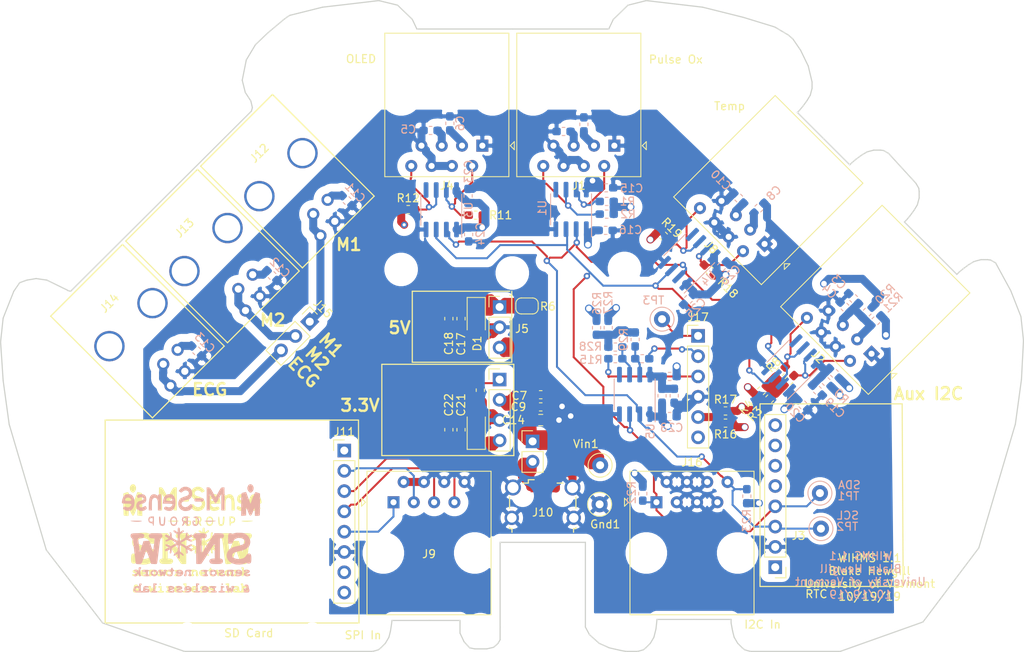
<source format=kicad_pcb>
(kicad_pcb (version 20171130) (host pcbnew "(5.1.4)-1")
  (layers (0 F.Cu signal) (1 In1.Cu power hide) (2 In2.Cu power hide) (31 B.Cu signal) (34 B.Paste user) (35 F.Paste user hide) (36 B.SilkS user) (37 F.SilkS user) (38 B.Mask user) (39 F.Mask user) (44 Edge.Cuts user))
  (net 0 "")
  (net 1 /+5V)
  (net 2 /+3.3V)
  (net 3 /5V_SDA)
  (net 4 /5V_SCL)
  (net 5 /Batt+)
  (net 6 /~SHDN)
  (net 7 /ACCint)
  (net 8 /SD_CLK)
  (net 9 /SD_CS)
  (net 10 /SD_DO)
  (net 11 /SD_DI)
  (net 12 /A1)
  (net 13 /A2)
  (net 14 /A3)
  (net 15 "Net-(J3-Pad8)")
  (net 16 "Net-(J3-Pad7)")
  (net 17 "Net-(J3-Pad6)")
  (net 18 "Net-(J3-Pad5)")
  (net 19 "Net-(J10-Pad2)")
  (net 20 "Net-(J10-Pad3)")
  (net 21 "Net-(J10-Pad4)")
  (net 22 "Net-(J11-Pad1)")
  (net 23 "Net-(J11-Pad7)")
  (net 24 "Net-(C3-Pad1)")
  (net 25 "Net-(J10-Pad1)")
  (net 26 "Net-(J17-Pad2)")
  (net 27 "Net-(J17-Pad3)")
  (net 28 "Net-(J17-Pad5)")
  (net 29 "Net-(J17-Pad6)")
  (net 30 /GND)
  (net 31 "Net-(C19-Pad2)")
  (net 32 "Net-(C27-Pad2)")
  (net 33 /PO_SCL)
  (net 34 /PO_SDA)
  (net 35 /AUX_SDA)
  (net 36 /AUX_SCL)
  (net 37 /OLED_SDA)
  (net 38 /OLED_SCL)
  (net 39 /TEMP_SCL)
  (net 40 /TEMP_SDA)
  (net 41 "Net-(R3-Pad2)")
  (net 42 /ACC_SCL)
  (net 43 /ACC_SDA)
  (net 44 "Net-(R26-Pad1)")
  (net 45 "Net-(U1-Pad5)")
  (net 46 "Net-(U2-Pad5)")
  (net 47 "Net-(U3-Pad5)")
  (net 48 "Net-(U4-Pad5)")
  (net 49 "Net-(U5-Pad5)")
  (module I2CbusBoard:Snow (layer B.Cu) (at 154.813 94.996 180)
    (fp_text reference G*** hide)
    (fp_text value LOGO hide)
  )
  (module I2CbusBoard:Msense (layer B.Cu) (at 155.067 87.8205 180)
    (fp_text reference G*** hide)
    (fp_text value LOGO hide)
  )
  (module I2CbusBoard:Snow (layer F.Cu) (at 154.8765 94.996)
    (fp_text reference G*** hide)
    (fp_text value LOGO hide)
  )
  (module I2CbusBoard:Msense (layer F.Cu) (at 154.7495 87.8205)
    (fp_text reference G*** hide)
    (fp_text value LOGO hide)
  )
  (module Connector_RJ:RJ45_Amphenol_54602-x08_Horizontal (layer F.Cu) (at 226.565356 55.232048 135)
    (fp_text reference J8 (at 4.445 -5 135) (layer F.SilkS))
    (fp_text value "5V I2C")
    (pad 8 thru_hole circle (at 8.89 -2.54 135) (size 1.5 1.5) (drill 0.76) (layers *.Cu *.Mask) (net 40 /TEMP_SDA))
    (pad 7 thru_hole circle (at 7.62 0 135) (size 1.5 1.5) (drill 0.76) (layers *.Cu *.Mask) (net 30 /GND))
    (pad 6 thru_hole circle (at 6.35 -2.54 135) (size 1.5 1.5) (drill 0.76) (layers *.Cu *.Mask) (net 30 /GND))
    (pad 5 thru_hole circle (at 5.08 0 135) (size 1.5 1.5) (drill 0.76) (layers *.Cu *.Mask) (net 1 /+5V))
    (pad 4 thru_hole circle (at 3.81 -2.54 135) (size 1.5 1.5) (drill 0.76) (layers *.Cu *.Mask) (net 30 /GND))
    (pad 3 thru_hole circle (at 2.54 0 135) (size 1.5 1.5) (drill 0.76) (layers *.Cu *.Mask) (net 1 /+5V))
    (pad 2 thru_hole circle (at 1.27 -2.54 135) (size 1.5 1.5) (drill 0.76) (layers *.Cu *.Mask) (net 39 /TEMP_SCL))
    (pad 1 thru_hole rect (at 0 0 135) (size 1.5 1.5) (drill 0.76) (layers *.Cu *.Mask) (net 30 /GND))
    (pad "" np_thru_hole circle (at -1.27 6.35 135) (size 3.2 3.2) (drill 3.2) (layers *.Cu *.Mask))
    (pad "" np_thru_hole circle (at 10.16 6.35 135) (size 3.2 3.2) (drill 3.2) (layers *.Cu *.Mask))
  )
  (module Connector_RJ:RJ45_Amphenol_54602-x08_Horizontal (layer F.Cu) (at 239.945938 68.97184 135)
    (fp_text reference J2 (at 4.445 -5 135) (layer F.SilkS))
    (fp_text value Sel)
    (pad "" np_thru_hole circle (at 10.16 6.35 135) (size 3.2 3.2) (drill 3.2) (layers *.Cu *.Mask))
    (pad "" np_thru_hole circle (at -1.27 6.35 135) (size 3.2 3.2) (drill 3.2) (layers *.Cu *.Mask))
    (pad 1 thru_hole rect (at 0 0 135) (size 1.5 1.5) (drill 0.76) (layers *.Cu *.Mask) (net 30 /GND))
    (pad 2 thru_hole circle (at 1.27 -2.54 135) (size 1.5 1.5) (drill 0.76) (layers *.Cu *.Mask) (net 36 /AUX_SCL))
    (pad 3 thru_hole circle (at 2.54 0 135) (size 1.5 1.5) (drill 0.76) (layers *.Cu *.Mask) (net 24 "Net-(C3-Pad1)"))
    (pad 4 thru_hole circle (at 3.81 -2.54 135) (size 1.5 1.5) (drill 0.76) (layers *.Cu *.Mask) (net 30 /GND))
    (pad 5 thru_hole circle (at 5.08 0 135) (size 1.5 1.5) (drill 0.76) (layers *.Cu *.Mask) (net 24 "Net-(C3-Pad1)"))
    (pad 6 thru_hole circle (at 6.35 -2.54 135) (size 1.5 1.5) (drill 0.76) (layers *.Cu *.Mask) (net 30 /GND))
    (pad 7 thru_hole circle (at 7.62 0 135) (size 1.5 1.5) (drill 0.76) (layers *.Cu *.Mask) (net 30 /GND))
    (pad 8 thru_hole circle (at 8.89 -2.54 135) (size 1.5 1.5) (drill 0.76) (layers *.Cu *.Mask) (net 35 /AUX_SDA))
  )
  (module Connector_RJ:RJ45_Amphenol_54602-x08_Horizontal (layer F.Cu) (at 180.1495 87.5665)
    (fp_text reference J9 (at 4.445 6.477) (layer F.SilkS))
    (fp_text value SPI)
    (pad "" np_thru_hole circle (at 10.16 6.35) (size 3.2 3.2) (drill 3.2) (layers *.Cu *.Mask))
    (pad "" np_thru_hole circle (at -1.27 6.35) (size 3.2 3.2) (drill 3.2) (layers *.Cu *.Mask))
    (pad 1 thru_hole rect (at 0 0) (size 1.5 1.5) (drill 0.76) (layers *.Cu *.Mask) (net 8 /SD_CLK))
    (pad 2 thru_hole circle (at 1.27 -2.54) (size 1.5 1.5) (drill 0.76) (layers *.Cu *.Mask) (net 30 /GND))
    (pad 3 thru_hole circle (at 2.54 0) (size 1.5 1.5) (drill 0.76) (layers *.Cu *.Mask) (net 9 /SD_CS))
    (pad 4 thru_hole circle (at 3.81 -2.54) (size 1.5 1.5) (drill 0.76) (layers *.Cu *.Mask) (net 30 /GND))
    (pad 5 thru_hole circle (at 5.08 0) (size 1.5 1.5) (drill 0.76) (layers *.Cu *.Mask) (net 10 /SD_DO))
    (pad 6 thru_hole circle (at 6.35 -2.54) (size 1.5 1.5) (drill 0.76) (layers *.Cu *.Mask) (net 30 /GND))
    (pad 7 thru_hole circle (at 7.62 0) (size 1.5 1.5) (drill 0.76) (layers *.Cu *.Mask) (net 11 /SD_DI))
    (pad 8 thru_hole circle (at 8.89 -2.54) (size 1.5 1.5) (drill 0.76) (layers *.Cu *.Mask) (net 30 /GND))
  )
  (module Connector_RJ:RJ45_Amphenol_54602-x08_Horizontal (layer F.Cu) (at 213.0425 87.5665)
    (fp_text reference J16 (at 4.445 -5) (layer F.SilkS))
    (fp_text value I2C_In)
    (pad 8 thru_hole circle (at 8.89 -2.54) (size 1.5 1.5) (drill 0.76) (layers *.Cu *.Mask) (net 4 /5V_SCL))
    (pad 7 thru_hole circle (at 7.62 0) (size 1.5 1.5) (drill 0.76) (layers *.Cu *.Mask) (net 30 /GND))
    (pad 6 thru_hole circle (at 6.35 -2.54) (size 1.5 1.5) (drill 0.76) (layers *.Cu *.Mask) (net 30 /GND))
    (pad 5 thru_hole circle (at 5.08 0) (size 1.5 1.5) (drill 0.76) (layers *.Cu *.Mask) (net 30 /GND))
    (pad 4 thru_hole circle (at 3.81 -2.54) (size 1.5 1.5) (drill 0.76) (layers *.Cu *.Mask) (net 30 /GND))
    (pad 3 thru_hole circle (at 2.54 0) (size 1.5 1.5) (drill 0.76) (layers *.Cu *.Mask) (net 30 /GND))
    (pad 2 thru_hole circle (at 1.27 -2.54) (size 1.5 1.5) (drill 0.76) (layers *.Cu *.Mask) (net 30 /GND))
    (pad 1 thru_hole rect (at 0 0) (size 1.5 1.5) (drill 0.76) (layers *.Cu *.Mask) (net 3 /5V_SDA))
    (pad "" np_thru_hole circle (at -1.27 6.35) (size 3.2 3.2) (drill 3.2) (layers *.Cu *.Mask))
    (pad "" np_thru_hole circle (at 10.16 6.35) (size 3.2 3.2) (drill 3.2) (layers *.Cu *.Mask))
  )
  (module Capacitor_SMD:C_0603_1608Metric_Pad1.05x0.95mm_HandSolder (layer B.Cu) (at 201.422 41.148)
    (fp_text reference C1 hide)
    (fp_text value 1uF)
    (pad 1 smd roundrect (at -0.875 0) (size 1.05 0.95) (layers B.Cu B.Paste B.Mask) (net 30 /GND))
    (pad 2 smd roundrect (at 0.875 0) (size 1.05 0.95) (layers B.Cu B.Paste B.Mask) (net 1 /+5V))
  )
  (module Capacitor_SMD:C_0603_1608Metric_Pad1.05x0.95mm_HandSolder (layer B.Cu) (at 203.962 40.259 270)
    (fp_text reference C2 hide)
    (fp_text value .1uF)
    (pad 2 smd roundrect (at 0.875 0 270) (size 1.05 0.95) (layers B.Cu B.Paste B.Mask) (net 1 /+5V))
    (pad 1 smd roundrect (at -0.875 0 270) (size 1.05 0.95) (layers B.Cu B.Paste B.Mask) (net 30 /GND))
  )
  (module Capacitor_SMD:C_0603_1608Metric_Pad1.05x0.95mm_HandSolder (layer B.Cu) (at 237.700874 62.057043 135)
    (fp_text reference C3 (at 2.794 0.127 135) (layer B.SilkS) (effects (justify mirror)))
    (fp_text value .1uF)
    (pad 1 smd roundrect (at -0.875 0 135) (size 1.05 0.95) (layers B.Cu B.Paste B.Mask) (net 24 "Net-(C3-Pad1)"))
    (pad 2 smd roundrect (at 0.875 0 135) (size 1.05 0.95) (layers B.Cu B.Paste B.Mask) (net 30 /GND))
  )
  (module Capacitor_SMD:C_0603_1608Metric_Pad1.05x0.95mm_HandSolder (layer B.Cu) (at 236.623243 63.134673 315)
    (fp_text reference C4 (at -2.794 0 135) (layer B.SilkS) (effects (justify mirror)))
    (fp_text value .1uF)
    (pad 2 smd roundrect (at 0.875 0 315) (size 1.05 0.95) (layers B.Cu B.Paste B.Mask) (net 24 "Net-(C3-Pad1)"))
    (pad 1 smd roundrect (at -0.875 0 315) (size 1.05 0.95) (layers B.Cu B.Paste B.Mask) (net 30 /GND))
  )
  (module Capacitor_SMD:C_0603_1608Metric_Pad1.05x0.95mm_HandSolder (layer B.Cu) (at 184.785 41.021)
    (fp_text reference C5 (at -2.794 -0.127) (layer B.SilkS) (effects (justify mirror)))
    (fp_text value 1uF)
    (pad 1 smd roundrect (at -0.875 0) (size 1.05 0.95) (layers B.Cu B.Paste B.Mask) (net 30 /GND))
    (pad 2 smd roundrect (at 0.875 0) (size 1.05 0.95) (layers B.Cu B.Paste B.Mask) (net 2 /+3.3V))
  )
  (module Capacitor_SMD:C_0603_1608Metric_Pad1.05x0.95mm_HandSolder (layer B.Cu) (at 187.198 40.132 270)
    (fp_text reference C6 (at 0 -1.27 90) (layer B.SilkS) (effects (justify mirror)))
    (fp_text value .1uF)
    (pad 2 smd roundrect (at 0.875 0 270) (size 1.05 0.95) (layers B.Cu B.Paste B.Mask) (net 2 /+3.3V))
    (pad 1 smd roundrect (at -0.875 0 270) (size 1.05 0.95) (layers B.Cu B.Paste B.Mask) (net 30 /GND))
  )
  (module Capacitor_SMD:C_0603_1608Metric_Pad1.05x0.95mm_HandSolder (layer F.Cu) (at 198.5645 74.1045)
    (fp_text reference C7 (at -2.667 0.127) (layer F.SilkS))
    (fp_text value 10uF)
    (pad 2 smd roundrect (at 0.875 0) (size 1.05 0.95) (layers F.Cu F.Paste F.Mask) (net 30 /GND))
    (pad 1 smd roundrect (at -0.875 0) (size 1.05 0.95) (layers F.Cu F.Paste F.Mask) (net 5 /Batt+))
  )
  (module Capacitor_SMD:C_0603_1608Metric_Pad1.05x0.95mm_HandSolder (layer B.Cu) (at 225.846936 50.74192 225)
    (fp_text reference C8 (at -2.667 0 45) (layer B.SilkS) (effects (justify mirror)))
    (fp_text value .1uF)
    (pad 1 smd roundrect (at -0.875 0 225) (size 1.05 0.95) (layers B.Cu B.Paste B.Mask) (net 30 /GND))
    (pad 2 smd roundrect (at 0.875 0 225) (size 1.05 0.95) (layers B.Cu B.Paste B.Mask) (net 1 /+5V))
  )
  (module Capacitor_SMD:C_0603_1608Metric_Pad1.05x0.95mm_HandSolder (layer F.Cu) (at 198.5645 75.6285)
    (fp_text reference C9 (at -2.794 0) (layer F.SilkS))
    (fp_text value 1uF)
    (pad 1 smd roundrect (at -0.875 0) (size 1.05 0.95) (layers F.Cu F.Paste F.Mask) (net 5 /Batt+))
    (pad 2 smd roundrect (at 0.875 0) (size 1.05 0.95) (layers F.Cu F.Paste F.Mask) (net 30 /GND))
  )
  (module Capacitor_SMD:C_0603_1608Metric_Pad1.05x0.95mm_HandSolder (layer B.Cu) (at 223.332464 49.484684 315)
    (fp_text reference C10 (at -3.175 0 135) (layer B.SilkS) (effects (justify mirror)))
    (fp_text value 1uF)
    (pad 2 smd roundrect (at 0.875 0 315) (size 1.05 0.95) (layers B.Cu B.Paste B.Mask) (net 1 /+5V))
    (pad 1 smd roundrect (at -0.875 0 315) (size 1.05 0.95) (layers B.Cu B.Paste B.Mask) (net 30 /GND))
  )
  (module Capacitor_SMD:C_0603_1608Metric_Pad1.05x0.95mm_HandSolder (layer B.Cu) (at 174.337619 49.796952 135)
    (fp_text reference C11 (at 0 1.43 135) (layer B.SilkS) (effects (justify mirror)))
    (fp_text value 1uF)
    (pad 1 smd roundrect (at -0.875 0 135) (size 1.05 0.95) (layers B.Cu B.Paste B.Mask) (net 30 /GND))
    (pad 2 smd roundrect (at 0.875 0 135) (size 1.05 0.95) (layers B.Cu B.Paste B.Mask) (net 1 /+5V))
  )
  (module Capacitor_SMD:C_0603_1608Metric_Pad1.05x0.95mm_HandSolder (layer B.Cu) (at 164.953251 59.18132 135)
    (fp_text reference C12 (at 0 1.397 315) (layer B.SilkS) (effects (justify mirror)))
    (fp_text value 1uF)
    (pad 2 smd roundrect (at 0.875 0 135) (size 1.05 0.95) (layers B.Cu B.Paste B.Mask) (net 1 /+5V))
    (pad 1 smd roundrect (at -0.875 0 135) (size 1.05 0.95) (layers B.Cu B.Paste B.Mask) (net 30 /GND))
  )
  (module Capacitor_SMD:C_0603_1608Metric_Pad1.05x0.95mm_HandSolder (layer B.Cu) (at 155.523982 68.610589 135)
    (fp_text reference C13 (at 0 1.43 315) (layer B.SilkS) (effects (justify mirror)))
    (fp_text value 1uF)
    (pad 1 smd roundrect (at -0.875 0 135) (size 1.05 0.95) (layers B.Cu B.Paste B.Mask) (net 30 /GND))
    (pad 2 smd roundrect (at 0.875 0 135) (size 1.05 0.95) (layers B.Cu B.Paste B.Mask) (net 1 /+5V))
  )
  (module Capacitor_SMD:C_0805_2012Metric_Pad1.15x1.40mm_HandSolder (layer F.Cu) (at 198.5645 77.2795)
    (fp_text reference C14 (at -3.429 0) (layer F.SilkS))
    (fp_text value 33uF)
    (pad 1 smd roundrect (at -1.025 0) (size 1.15 1.4) (layers F.Cu F.Paste F.Mask) (roundrect_rratio 0.217391) (net 5 /Batt+))
    (pad 2 smd roundrect (at 1.025 0) (size 1.15 1.4) (layers F.Cu F.Paste F.Mask) (roundrect_rratio 0.217391) (net 30 /GND))
  )
  (module Capacitor_SMD:C_0603_1608Metric_Pad1.05x0.95mm_HandSolder (layer F.Cu) (at 188.595 64.5795 270)
    (fp_text reference C17 (at 3.175 0 90) (layer F.SilkS))
    (fp_text value 1uF)
    (pad 2 smd roundrect (at 0.875 0 270) (size 1.05 0.95) (layers F.Cu F.Paste F.Mask) (net 30 /GND))
    (pad 1 smd roundrect (at -0.875 0 270) (size 1.05 0.95) (layers F.Cu F.Paste F.Mask) (net 1 /+5V))
  )
  (module Capacitor_SMD:C_0603_1608Metric_Pad1.05x0.95mm_HandSolder (layer F.Cu) (at 187.071001 64.5795 270)
    (fp_text reference C18 (at 3.1115 0.000001 90) (layer F.SilkS))
    (fp_text value 10uF)
    (pad 2 smd roundrect (at 0.875 0 270) (size 1.05 0.95) (layers F.Cu F.Paste F.Mask) (net 30 /GND))
    (pad 1 smd roundrect (at -0.875 0 270) (size 1.05 0.95) (layers F.Cu F.Paste F.Mask) (net 1 /+5V))
  )
  (module Capacitor_SMD:C_0603_1608Metric_Pad1.05x0.95mm_HandSolder (layer F.Cu) (at 188.595 78.486 90)
    (fp_text reference C21 (at 3.1115 0 90) (layer F.SilkS))
    (fp_text value 10uF)
    (pad 1 smd roundrect (at -0.875 0 90) (size 1.05 0.95) (layers F.Cu F.Paste F.Mask) (net 2 /+3.3V))
    (pad 2 smd roundrect (at 0.875 0 90) (size 1.05 0.95) (layers F.Cu F.Paste F.Mask) (net 30 /GND))
  )
  (module Capacitor_SMD:C_0603_1608Metric_Pad1.05x0.95mm_HandSolder (layer F.Cu) (at 187.071 78.486 90)
    (fp_text reference C22 (at 3.1115 0 90) (layer F.SilkS))
    (fp_text value 1uF)
    (pad 2 smd roundrect (at 0.875 0 90) (size 1.05 0.95) (layers F.Cu F.Paste F.Mask) (net 30 /GND))
    (pad 1 smd roundrect (at -0.875 0 90) (size 1.05 0.95) (layers F.Cu F.Paste F.Mask) (net 2 /+3.3V))
  )
  (module Diode_SMD:D_1206_3216Metric_Pad1.42x1.75mm_HandSolder (layer F.Cu) (at 190.5 64.389 270)
    (fp_text reference D1 (at 3.302 -0.127 90) (layer F.SilkS))
    (fp_text value D_TVS)
    (pad 1 smd roundrect (at -1.4875 0 270) (size 1.425 1.75) (layers F.Cu F.Paste F.Mask) (roundrect_rratio 0.175439) (net 1 /+5V))
    (pad 2 smd roundrect (at 1.4875 0 270) (size 1.425 1.75) (layers F.Cu F.Paste F.Mask) (roundrect_rratio 0.175439) (net 30 /GND))
  )
  (module Diode_SMD:D_1206_3216Metric_Pad1.42x1.75mm_HandSolder (layer F.Cu) (at 190.5 78.486 90)
    (fp_text reference D2 hide)
    (fp_text value D_TVS)
    (pad 2 smd roundrect (at 1.4875 0 90) (size 1.425 1.75) (layers F.Cu F.Paste F.Mask) (roundrect_rratio 0.175439) (net 30 /GND))
    (pad 1 smd roundrect (at -1.4875 0 90) (size 1.425 1.75) (layers F.Cu F.Paste F.Mask) (roundrect_rratio 0.175439) (net 2 /+3.3V))
  )
  (module TestPoint:TestPoint_Loop_D1.80mm_Drill1.0mm_Beaded (layer F.Cu) (at 205.9305 87.8205)
    (fp_text reference Gnd1 (at 0.7 2.5) (layer F.SilkS))
    (fp_text value TestPoint)
    (pad 1 thru_hole circle (at 0 0) (size 2 2) (drill 1) (layers *.Cu *.Mask) (net 30 /GND))
  )
  (module MountingHole:MountingHole_2.2mm_M2 (layer F.Cu) (at 221.615 28.956)
    (fp_text reference H1 hide)
    (fp_text value MountingHole)
    (pad 1 np_thru_hole circle (at 0 0) (size 2.2 2.2) (drill 2.2) (layers *.Cu *.Mask))
  )
  (module MountingHole:MountingHole_2.2mm_M2 (layer F.Cu) (at 235.6485 103.6955)
    (fp_text reference H2 hide)
    (fp_text value MountingHole)
    (pad 1 np_thru_hole circle (at 0 0) (size 2.2 2.2) (drill 2.2) (layers *.Cu *.Mask))
  )
  (module MountingHole:MountingHole_2.2mm_M2 (layer F.Cu) (at 137.414 86.614)
    (fp_text reference H3 hide)
    (fp_text value MountingHole)
    (pad 1 np_thru_hole circle (at 0 0) (size 2.2 2.2) (drill 2.2) (layers *.Cu *.Mask))
  )
  (module MountingHole:MountingHole_2.2mm_M2 (layer F.Cu) (at 256.2225 69.7865)
    (fp_text reference H4 hide)
    (fp_text value MountingHole)
    (pad 1 np_thru_hole circle (at 0 0) (size 2.2 2.2) (drill 2.2) (layers *.Cu *.Mask))
  )
  (module MountingHole:MountingHole_2.2mm_M2 (layer F.Cu) (at 195.0085 58.8645)
    (fp_text reference H5 hide)
    (fp_text value MountingHole)
    (pad 1 np_thru_hole circle (at 0 0) (size 2.2 2.2) (drill 2.2) (layers *.Cu *.Mask))
  )
  (module MountingHole:MountingHole_2.2mm_M2 (layer F.Cu) (at 154.3685 103.6955)
    (fp_text reference H6 hide)
    (fp_text value MountingHole)
    (pad 1 np_thru_hole circle (at 0 0) (size 2.2 2.2) (drill 2.2) (layers *.Cu *.Mask))
  )
  (module MountingHole:MountingHole_2.2mm_M2 (layer F.Cu) (at 134.493 69.723)
    (fp_text reference H7 hide)
    (fp_text value MountingHole)
    (pad 1 np_thru_hole circle (at 0 0) (size 2.2 2.2) (drill 2.2) (layers *.Cu *.Mask))
  )
  (module MountingHole:MountingHole_2.2mm_M2 (layer F.Cu) (at 252.6665 86.614)
    (fp_text reference H9 hide)
    (fp_text value MountingHole)
    (pad 1 np_thru_hole circle (at 0 0) (size 2.2 2.2) (drill 2.2) (layers *.Cu *.Mask))
  )
  (module MountingHole:MountingHole_2.2mm_M2 (layer F.Cu) (at 168.275 28.956)
    (fp_text reference H10 hide)
    (fp_text value MountingHole)
    (pad 1 np_thru_hole circle (at 0 0) (size 2.2 2.2) (drill 2.2) (layers *.Cu *.Mask))
  )
  (module MountingHole:MountingHole_2.2mm_M2 (layer F.Cu) (at 208.788 103.632)
    (fp_text reference H11 hide)
    (fp_text value MountingHole)
    (pad 1 np_thru_hole circle (at 0 0) (size 2.2 2.2) (drill 2.2) (layers *.Cu *.Mask))
  )
  (module MountingHole:MountingHole_2.2mm_M2 (layer F.Cu) (at 241.808 47.4345)
    (fp_text reference H12 hide)
    (fp_text value MountingHole)
    (pad 1 np_thru_hole circle (at 0 0) (size 2.2 2.2) (drill 2.2) (layers *.Cu *.Mask))
  )
  (module MountingHole:MountingHole_2.2mm_M2 (layer F.Cu) (at 209.042 58.293)
    (fp_text reference H13 hide)
    (fp_text value MountingHole)
    (pad 1 np_thru_hole circle (at 0 0) (size 2.2 2.2) (drill 2.2) (layers *.Cu *.Mask))
  )
  (module MountingHole:MountingHole_2.2mm_M2 (layer F.Cu) (at 181.102 58.42)
    (fp_text reference H14 hide)
    (fp_text value MountingHole)
    (pad 1 np_thru_hole circle (at 0 0) (size 2.2 2.2) (drill 2.2) (layers *.Cu *.Mask))
  )
  (module Connector_RJ:RJ45_Amphenol_54602-x08_Horizontal (layer F.Cu) (at 207.772 42.926 180)
    (fp_text reference J1 (at 4.445 -5) (layer F.SilkS))
    (fp_text value "3.3 I2C")
    (pad 8 thru_hole circle (at 8.89 -2.54 180) (size 1.5 1.5) (drill 0.76) (layers *.Cu *.Mask) (net 34 /PO_SDA))
    (pad 7 thru_hole circle (at 7.62 0 180) (size 1.5 1.5) (drill 0.76) (layers *.Cu *.Mask) (net 30 /GND))
    (pad 6 thru_hole circle (at 6.35 -2.54 180) (size 1.5 1.5) (drill 0.76) (layers *.Cu *.Mask) (net 30 /GND))
    (pad 5 thru_hole circle (at 5.08 0 180) (size 1.5 1.5) (drill 0.76) (layers *.Cu *.Mask) (net 1 /+5V))
    (pad 4 thru_hole circle (at 3.81 -2.54 180) (size 1.5 1.5) (drill 0.76) (layers *.Cu *.Mask) (net 30 /GND))
    (pad 3 thru_hole circle (at 2.54 0 180) (size 1.5 1.5) (drill 0.76) (layers *.Cu *.Mask) (net 1 /+5V))
    (pad 2 thru_hole circle (at 1.27 -2.54 180) (size 1.5 1.5) (drill 0.76) (layers *.Cu *.Mask) (net 33 /PO_SCL))
    (pad 1 thru_hole rect (at 0 0 180) (size 1.5 1.5) (drill 0.76) (layers *.Cu *.Mask) (net 30 /GND))
    (pad "" np_thru_hole circle (at -1.27 6.35 180) (size 3.2 3.2) (drill 3.2) (layers *.Cu *.Mask))
    (pad "" np_thru_hole circle (at 10.16 6.35 180) (size 3.2 3.2) (drill 3.2) (layers *.Cu *.Mask))
  )
  (module Connector_PinHeader_2.54mm:PinHeader_1x08_P2.54mm_Vertical (layer F.Cu) (at 227.9015 95.6945 180)
    (fp_text reference J3 (at -2.921 3.937) (layer F.SilkS))
    (fp_text value RTC)
    (pad 1 thru_hole rect (at 0 0 180) (size 1.7 1.7) (drill 1) (layers *.Cu *.Mask) (net 1 /+5V))
    (pad 2 thru_hole oval (at 0 2.54 180) (size 1.7 1.7) (drill 1) (layers *.Cu *.Mask) (net 30 /GND))
    (pad 3 thru_hole oval (at 0 5.08 180) (size 1.7 1.7) (drill 1) (layers *.Cu *.Mask) (net 4 /5V_SCL))
    (pad 4 thru_hole oval (at 0 7.62 180) (size 1.7 1.7) (drill 1) (layers *.Cu *.Mask) (net 3 /5V_SDA))
    (pad 5 thru_hole oval (at 0 10.16 180) (size 1.7 1.7) (drill 1) (layers *.Cu *.Mask) (net 18 "Net-(J3-Pad5)"))
    (pad 6 thru_hole oval (at 0 12.7 180) (size 1.7 1.7) (drill 1) (layers *.Cu *.Mask) (net 17 "Net-(J3-Pad6)"))
    (pad 7 thru_hole oval (at 0 15.24 180) (size 1.7 1.7) (drill 1) (layers *.Cu *.Mask) (net 16 "Net-(J3-Pad7)"))
    (pad 8 thru_hole oval (at 0 17.78 180) (size 1.7 1.7) (drill 1) (layers *.Cu *.Mask) (net 15 "Net-(J3-Pad8)"))
  )
  (module Connector_RJ:RJ45_Amphenol_54602-x08_Horizontal (layer F.Cu) (at 191.262 42.926 180)
    (fp_text reference J4 (at 4.445 -5) (layer F.SilkS))
    (fp_text value "OLED I2C")
    (pad "" np_thru_hole circle (at 10.16 6.35 180) (size 3.2 3.2) (drill 3.2) (layers *.Cu *.Mask))
    (pad "" np_thru_hole circle (at -1.27 6.35 180) (size 3.2 3.2) (drill 3.2) (layers *.Cu *.Mask))
    (pad 1 thru_hole rect (at 0 0 180) (size 1.5 1.5) (drill 0.76) (layers *.Cu *.Mask) (net 30 /GND))
    (pad 2 thru_hole circle (at 1.27 -2.54 180) (size 1.5 1.5) (drill 0.76) (layers *.Cu *.Mask) (net 38 /OLED_SCL))
    (pad 3 thru_hole circle (at 2.54 0 180) (size 1.5 1.5) (drill 0.76) (layers *.Cu *.Mask) (net 2 /+3.3V))
    (pad 4 thru_hole circle (at 3.81 -2.54 180) (size 1.5 1.5) (drill 0.76) (layers *.Cu *.Mask) (net 30 /GND))
    (pad 5 thru_hole circle (at 5.08 0 180) (size 1.5 1.5) (drill 0.76) (layers *.Cu *.Mask) (net 2 /+3.3V))
    (pad 6 thru_hole circle (at 6.35 -2.54 180) (size 1.5 1.5) (drill 0.76) (layers *.Cu *.Mask) (net 30 /GND))
    (pad 7 thru_hole circle (at 7.62 0 180) (size 1.5 1.5) (drill 0.76) (layers *.Cu *.Mask) (net 30 /GND))
    (pad 8 thru_hole circle (at 8.89 -2.54 180) (size 1.5 1.5) (drill 0.76) (layers *.Cu *.Mask) (net 37 /OLED_SDA))
  )
  (module Connector_PinHeader_2.54mm:PinHeader_1x03_P2.54mm_Vertical (layer F.Cu) (at 193.421 63.119)
    (fp_text reference J5 (at 2.794 2.7305) (layer F.SilkS))
    (fp_text value "Pololu S7V7F5")
    (pad 3 thru_hole oval (at 0 5.08) (size 1.7 1.7) (drill 1) (layers *.Cu *.Mask) (net 5 /Batt+))
    (pad 2 thru_hole oval (at 0 2.54) (size 1.7 1.7) (drill 1) (layers *.Cu *.Mask) (net 30 /GND))
    (pad 1 thru_hole rect (at 0 0) (size 1.7 1.7) (drill 1) (layers *.Cu *.Mask) (net 1 /+5V))
  )
  (module Connector_PinHeader_2.54mm:PinHeader_1x04_P2.54mm_Vertical (layer F.Cu) (at 193.421 72.1995)
    (fp_text reference J6 hide)
    (fp_text value "Pololu S7V8F3")
    (pad 1 thru_hole rect (at 0 0) (size 1.7 1.7) (drill 1) (layers *.Cu *.Mask) (net 6 /~SHDN))
    (pad 2 thru_hole oval (at 0 2.54) (size 1.7 1.7) (drill 1) (layers *.Cu *.Mask) (net 5 /Batt+))
    (pad 3 thru_hole oval (at 0 5.08) (size 1.7 1.7) (drill 1) (layers *.Cu *.Mask) (net 30 /GND))
    (pad 4 thru_hole oval (at 0 7.62) (size 1.7 1.7) (drill 1) (layers *.Cu *.Mask) (net 2 /+3.3V))
  )
  (module Connector_USB:USB_Micro-B_Wuerth_629105150521_CircularHoles (layer F.Cu) (at 198.8185 87.5665)
    (fp_text reference J10 (at 0 1.27) (layer F.SilkS))
    (fp_text value PowerIn)
    (pad 1 smd rect (at -1.3 -1.9) (size 0.45 1.3) (layers F.Cu F.Paste F.Mask) (net 25 "Net-(J10-Pad1)"))
    (pad 2 smd rect (at -0.65 -1.9) (size 0.45 1.3) (layers F.Cu F.Paste F.Mask) (net 19 "Net-(J10-Pad2)"))
    (pad 3 smd rect (at 0 -1.9) (size 0.45 1.3) (layers F.Cu F.Paste F.Mask) (net 20 "Net-(J10-Pad3)"))
    (pad 4 smd rect (at 0.65 -1.9) (size 0.45 1.3) (layers F.Cu F.Paste F.Mask) (net 21 "Net-(J10-Pad4)"))
    (pad 5 smd rect (at 1.3 -1.9) (size 0.45 1.3) (layers F.Cu F.Paste F.Mask) (net 30 /GND))
    (pad 6 thru_hole circle (at -3.725 -1.85) (size 2 2) (drill 1.4) (layers *.Cu *.Mask) (net 30 /GND))
    (pad 6 thru_hole circle (at 3.725 -1.85) (size 2 2) (drill 1.4) (layers *.Cu *.Mask) (net 30 /GND))
    (pad 6 thru_hole circle (at -3.875 1.95) (size 1.8 1.8) (drill 1.2) (layers *.Cu *.Mask) (net 30 /GND))
    (pad 6 thru_hole circle (at 3.875 1.95) (size 1.8 1.8) (drill 1.2) (layers *.Cu *.Mask) (net 30 /GND))
    (pad "" np_thru_hole circle (at -2.5 -0.8) (size 0.8 0.8) (drill 0.8) (layers *.Cu *.Mask))
    (pad "" np_thru_hole circle (at 2.5 -0.8) (size 0.8 0.8) (drill 0.8) (layers *.Cu *.Mask))
  )
  (module Connector_PinHeader_2.54mm:PinHeader_1x08_P2.54mm_Vertical (layer F.Cu) (at 173.99 81.0895)
    (fp_text reference J11 (at 0 -2.33) (layer F.SilkS))
    (fp_text value SD_Card)
    (pad 8 thru_hole oval (at 0 17.78) (size 1.7 1.7) (drill 1) (layers *.Cu *.Mask) (net 1 /+5V))
    (pad 7 thru_hole oval (at 0 15.24) (size 1.7 1.7) (drill 1) (layers *.Cu *.Mask) (net 23 "Net-(J11-Pad7)"))
    (pad 6 thru_hole oval (at 0 12.7) (size 1.7 1.7) (drill 1) (layers *.Cu *.Mask) (net 30 /GND))
    (pad 5 thru_hole oval (at 0 10.16) (size 1.7 1.7) (drill 1) (layers *.Cu *.Mask) (net 8 /SD_CLK))
    (pad 4 thru_hole oval (at 0 7.62) (size 1.7 1.7) (drill 1) (layers *.Cu *.Mask) (net 10 /SD_DO))
    (pad 3 thru_hole oval (at 0 5.08) (size 1.7 1.7) (drill 1) (layers *.Cu *.Mask) (net 11 /SD_DI))
    (pad 2 thru_hole oval (at 0 2.54) (size 1.7 1.7) (drill 1) (layers *.Cu *.Mask) (net 9 /SD_CS))
    (pad 1 thru_hole rect (at 0 0) (size 1.7 1.7) (drill 1) (layers *.Cu *.Mask) (net 22 "Net-(J11-Pad1)"))
  )
  (module I2CbusBoard:4p4c (layer F.Cu) (at 166.067651 46.555927 225)
    (fp_text reference J12 (at 0 3.81 45) (layer F.SilkS))
    (fp_text value Moisture1)
    (pad 1 thru_hole circle (at -1.905 -6.35 225) (size 1.524 1.524) (drill 0.9) (layers *.Cu *.Mask) (net 1 /+5V))
    (pad 2 thru_hole circle (at -0.635 -8.89 225) (size 1.524 1.524) (drill 0.9) (layers *.Cu *.Mask) (net 30 /GND))
    (pad 4 thru_hole circle (at 1.905 -8.89 225) (size 1.524 1.524) (drill 0.9) (layers *.Cu *.Mask) (net 12 /A1))
    (pad 3 thru_hole circle (at 0.635 -6.35 225) (size 1.524 1.524) (drill 0.9) (layers *.Cu *.Mask) (net 12 /A1))
    (pad 5 thru_hole circle (at 3.81 0 225) (size 3.8 3.8) (drill 3.2) (layers *.Cu *.Mask))
    (pad 5 thru_hole circle (at -3.81 0 225) (size 3.8 3.8) (drill 3.2) (layers *.Cu *.Mask))
  )
  (module I2CbusBoard:4p4c (layer F.Cu) (at 156.692475 55.931103 225)
    (fp_text reference J13 (at 0 3.81 45) (layer F.SilkS))
    (fp_text value Moisture2)
    (pad 5 thru_hole circle (at -3.81 0 225) (size 3.8 3.8) (drill 3.2) (layers *.Cu *.Mask))
    (pad 5 thru_hole circle (at 3.81 0 225) (size 3.8 3.8) (drill 3.2) (layers *.Cu *.Mask))
    (pad 3 thru_hole circle (at 0.635 -6.35 225) (size 1.524 1.524) (drill 0.9) (layers *.Cu *.Mask) (net 13 /A2))
    (pad 4 thru_hole circle (at 1.905 -8.89 225) (size 1.524 1.524) (drill 0.9) (layers *.Cu *.Mask) (net 13 /A2))
    (pad 2 thru_hole circle (at -0.635 -8.89 225) (size 1.524 1.524) (drill 0.9) (layers *.Cu *.Mask) (net 30 /GND))
    (pad 1 thru_hole circle (at -1.905 -6.35 225) (size 1.524 1.524) (drill 0.9) (layers *.Cu *.Mask) (net 1 /+5V))
  )
  (module I2CbusBoard:4p4c (layer F.Cu) (at 147.307048 65.332795 225)
    (fp_text reference J14 (at 0 3.81 45) (layer F.SilkS))
    (fp_text value ECG)
    (pad 1 thru_hole circle (at -1.905 -6.35 225) (size 1.524 1.524) (drill 0.9) (layers *.Cu *.Mask) (net 1 /+5V))
    (pad 2 thru_hole circle (at -0.635 -8.89 225) (size 1.524 1.524) (drill 0.9) (layers *.Cu *.Mask) (net 30 /GND))
    (pad 4 thru_hole circle (at 1.905 -8.89 225) (size 1.524 1.524) (drill 0.9) (layers *.Cu *.Mask) (net 14 /A3))
    (pad 3 thru_hole circle (at 0.635 -6.35 225) (size 1.524 1.524) (drill 0.9) (layers *.Cu *.Mask) (net 14 /A3))
    (pad 5 thru_hole circle (at 3.81 0 225) (size 3.8 3.8) (drill 3.2) (layers *.Cu *.Mask))
    (pad 5 thru_hole circle (at -3.81 0 225) (size 3.8 3.8) (drill 3.2) (layers *.Cu *.Mask))
  )
  (module Connector_PinHeader_2.54mm:PinHeader_1x03_P2.54mm_Vertical (layer F.Cu) (at 169.672 64.9605 315)
    (fp_text reference J15 (at 0 -2.33 135) (layer F.SilkS))
    (fp_text value AnalogOut)
    (pad 1 thru_hole rect (at 0 0 315) (size 1.7 1.7) (drill 1) (layers *.Cu *.Mask) (net 12 /A1))
    (pad 2 thru_hole oval (at 0 2.54 315) (size 1.7 1.7) (drill 1) (layers *.Cu *.Mask) (net 13 /A2))
    (pad 3 thru_hole oval (at 0 5.08 315) (size 1.7 1.7) (drill 1) (layers *.Cu *.Mask) (net 14 /A3))
  )
  (module Connector_PinHeader_2.54mm:PinHeader_1x06_P2.54mm_Vertical (layer F.Cu) (at 218.2495 66.7385)
    (fp_text reference J17 (at 0 -2.33) (layer F.SilkS))
    (fp_text value MPU6050)
    (pad 1 thru_hole rect (at 0 0) (size 1.7 1.7) (drill 1) (layers *.Cu *.Mask) (net 7 /ACCint))
    (pad 2 thru_hole oval (at 0 2.54) (size 1.7 1.7) (drill 1) (layers *.Cu *.Mask) (net 26 "Net-(J17-Pad2)"))
    (pad 3 thru_hole oval (at 0 5.08) (size 1.7 1.7) (drill 1) (layers *.Cu *.Mask) (net 27 "Net-(J17-Pad3)"))
    (pad 4 thru_hole oval (at 0 7.62) (size 1.7 1.7) (drill 1) (layers *.Cu *.Mask) (net 30 /GND))
    (pad 5 thru_hole oval (at 0 10.16) (size 1.7 1.7) (drill 1) (layers *.Cu *.Mask) (net 28 "Net-(J17-Pad5)"))
    (pad 6 thru_hole oval (at 0 12.7) (size 1.7 1.7) (drill 1) (layers *.Cu *.Mask) (net 29 "Net-(J17-Pad6)"))
  )
  (module Connector_PinHeader_2.54mm:PinHeader_1x02_P2.54mm_Vertical (layer F.Cu) (at 197.5485 79.9465)
    (fp_text reference JP1 hide)
    (fp_text value Jumper)
    (pad 1 thru_hole rect (at 0 0) (size 1.7 1.7) (drill 1) (layers *.Cu *.Mask) (net 5 /Batt+))
    (pad 2 thru_hole oval (at 0 2.54) (size 1.7 1.7) (drill 1) (layers *.Cu *.Mask) (net 25 "Net-(J10-Pad1)"))
  )
  (module Resistor_SMD:R_0603_1608Metric_Pad1.05x0.95mm_HandSolder (layer F.Cu) (at 191.008 73.533 270)
    (fp_text reference R5 hide)
    (fp_text value NC)
    (pad 1 smd roundrect (at -0.875 0 270) (size 1.05 0.95) (layers F.Cu F.Paste F.Mask) (net 6 /~SHDN))
    (pad 2 smd roundrect (at 0.875 0 270) (size 1.05 0.95) (layers F.Cu F.Paste F.Mask) (net 30 /GND))
  )
  (module Jumper:SolderJumper-2_P1.3mm_Open_RoundedPad1.0x1.5mm (layer F.Cu) (at 196.85 62.992)
    (fp_text reference R6 (at 2.6035 0.0635) (layer F.SilkS))
    (fp_text value NC)
    (pad 1 smd custom (at -0.65 0) (size 1 0.5) (layers F.Cu F.Mask) (net 1 /+5V) (options (clearance outline) (anchor rect)) (primitives (gr_circle (center 0 0.25) (end 0.5 0.25) (width 0)) (gr_circle (center 0 -0.25) (end 0.5 -0.25) (width 0)) (gr_poly (pts (xy 0 -0.75) (xy 0.5 -0.75) (xy 0.5 0.75) (xy 0 0.75)) (width 0))))
    (pad 2 smd custom (at 0.65 0) (size 1 0.5) (layers F.Cu F.Mask) (net 5 /Batt+) (options (clearance outline) (anchor rect)) (primitives (gr_circle (center 0 0.25) (end 0.5 0.25) (width 0)) (gr_circle (center 0 -0.25) (end 0.5 -0.25) (width 0)) (gr_poly (pts (xy 0 -0.75) (xy -0.5 -0.75) (xy -0.5 0.75) (xy 0 0.75)) (width 0))))
  )
  (module Resistor_SMD:R_0603_1608Metric_Pad1.05x0.95mm_HandSolder (layer F.Cu) (at 221.6785 77.6605)
    (fp_text reference R16 (at 0 1.397) (layer F.SilkS))
    (fp_text value 0)
    (pad 2 smd roundrect (at 0.875 0) (size 1.05 0.95) (layers F.Cu F.Paste F.Mask) (net 2 /+3.3V))
    (pad 1 smd roundrect (at -0.875 0) (size 1.05 0.95) (layers F.Cu F.Paste F.Mask) (net 28 "Net-(J17-Pad5)"))
  )
  (module Resistor_SMD:R_0603_1608Metric_Pad1.05x0.95mm_HandSolder (layer F.Cu) (at 221.6785 76.1365)
    (fp_text reference R17 (at 0 -1.43) (layer F.SilkS))
    (fp_text value 0)
    (pad 1 smd roundrect (at -0.875 0) (size 1.05 0.95) (layers F.Cu F.Paste F.Mask) (net 28 "Net-(J17-Pad5)"))
    (pad 2 smd roundrect (at 0.875 0) (size 1.05 0.95) (layers F.Cu F.Paste F.Mask) (net 1 /+5V))
  )
  (module Resistor_SMD:R_0603_1608Metric_Pad1.05x0.95mm_HandSolder (layer B.Cu) (at 239.407123 63.763292 45)
    (fp_text reference R20 (at 3.175 0 45) (layer B.SilkS) (effects (justify mirror)))
    (fp_text value 0)
    (pad 1 smd roundrect (at -0.875 0 45) (size 1.05 0.95) (layers B.Cu B.Paste B.Mask) (net 24 "Net-(C3-Pad1)"))
    (pad 2 smd roundrect (at 0.875 0 45) (size 1.05 0.95) (layers B.Cu B.Paste B.Mask) (net 1 /+5V))
  )
  (module Resistor_SMD:R_0603_1608Metric_Pad1.05x0.95mm_HandSolder (layer B.Cu) (at 240.484753 64.840921 45)
    (fp_text reference R21 (at 3.128999 -0.130999 45) (layer B.SilkS) (effects (justify mirror)))
    (fp_text value 0)
    (pad 2 smd roundrect (at 0.875 0 45) (size 1.05 0.95) (layers B.Cu B.Paste B.Mask) (net 2 /+3.3V))
    (pad 1 smd roundrect (at -0.875 0 45) (size 1.05 0.95) (layers B.Cu B.Paste B.Mask) (net 24 "Net-(C3-Pad1)"))
  )
  (module Resistor_SMD:R_0603_1608Metric_Pad1.05x0.95mm_HandSolder (layer B.Cu) (at 211.328 86.487 90)
    (fp_text reference R22 (at 0.127 -1.397 90) (layer B.SilkS) (effects (justify mirror)))
    (fp_text value 0)
    (pad 1 smd roundrect (at -0.875 0 90) (size 1.05 0.95) (layers B.Cu B.Paste B.Mask) (net 3 /5V_SDA))
    (pad 2 smd roundrect (at 0.875 0 90) (size 1.05 0.95) (layers B.Cu B.Paste B.Mask) (net 1 /+5V))
  )
  (module Resistor_SMD:R_0603_1608Metric_Pad1.05x0.95mm_HandSolder (layer B.Cu) (at 224.3455 86.8045 90)
    (fp_text reference R23 (at -3.048 0 90) (layer B.SilkS) (effects (justify mirror)))
    (fp_text value 0)
    (pad 1 smd roundrect (at -0.875 0 90) (size 1.05 0.95) (layers B.Cu B.Paste B.Mask) (net 1 /+5V))
    (pad 2 smd roundrect (at 0.875 0 90) (size 1.05 0.95) (layers B.Cu B.Paste B.Mask) (net 4 /5V_SCL))
  )
  (module TestPoint:TestPoint_Loop_D1.80mm_Drill1.0mm_Beaded (layer B.Cu) (at 233.4895 86.4235)
    (fp_text reference TP1 (at 3.556 0.381) (layer B.SilkS) (effects (justify mirror)))
    (fp_text value TestPoint)
    (pad 1 thru_hole circle (at 0 0) (size 2 2) (drill 1) (layers *.Cu *.Mask) (net 3 /5V_SDA))
  )
  (module TestPoint:TestPoint_Loop_D1.80mm_Drill1.0mm_Beaded (layer B.Cu) (at 233.6165 90.8685)
    (fp_text reference TP2 (at 3.302 -0.254) (layer B.SilkS) (effects (justify mirror)))
    (fp_text value TestPoint)
    (pad 1 thru_hole circle (at 0 0) (size 2 2) (drill 1) (layers *.Cu *.Mask) (net 4 /5V_SCL))
  )
  (module TestPoint:TestPoint_Loop_D1.80mm_Drill1.0mm_Beaded (layer B.Cu) (at 213.741 64.643)
    (fp_text reference TP3 (at -1.0795 -2.3495) (layer B.SilkS) (effects (justify mirror)))
    (fp_text value TestPoint)
    (pad 1 thru_hole circle (at 0 0) (size 2 2) (drill 1) (layers *.Cu *.Mask) (net 7 /ACCint))
  )
  (module TestPoint:TestPoint_Loop_D1.80mm_Drill1.0mm_Beaded (layer F.Cu) (at 205.994 82.931)
    (fp_text reference Vin1 (at -1.778 -2.667) (layer F.SilkS))
    (fp_text value TestPoint)
    (pad 1 thru_hole circle (at 0 0) (size 2 2) (drill 1) (layers *.Cu *.Mask) (net 5 /Batt+))
  )
  (module MountingHole:MountingHole_2.2mm_M2 (layer F.Cu) (at 191.008 103.505)
    (fp_text reference H8 hide)
    (fp_text value MountingHole)
    (pad 1 np_thru_hole circle (at 0 0) (size 2.2 2.2) (drill 2.2) (layers *.Cu *.Mask))
  )
  (module MountingHole:MountingHole_2.2mm_M2 (layer F.Cu) (at 253.746 59.817)
    (fp_text reference H15 hide)
    (fp_text value MountingHole)
    (pad 1 np_thru_hole circle (at 0 0) (size 2.2 2.2) (drill 2.2) (layers *.Cu *.Mask))
  )
  (module MountingHole:MountingHole_2.2mm_M2 (layer F.Cu) (at 211.8995 27.3685)
    (fp_text reference H16 hide)
    (fp_text value MountingHole)
    (pad 1 np_thru_hole circle (at 0 0) (size 2.2 2.2) (drill 2.2) (layers *.Cu *.Mask))
  )
  (module MountingHole:MountingHole_2.2mm_M2 (layer F.Cu) (at 169.9895 103.6955)
    (fp_text reference H17 hide)
    (fp_text value MountingHole)
    (pad 1 np_thru_hole circle (at 0 0) (size 2.2 2.2) (drill 2.2) (layers *.Cu *.Mask))
  )
  (module MountingHole:MountingHole_2.2mm_M2 (layer F.Cu) (at 178.181 27.3685)
    (fp_text reference H18 hide)
    (fp_text value MountingHole)
    (pad 1 np_thru_hole circle (at 0 0) (size 2.2 2.2) (drill 2.2) (layers *.Cu *.Mask))
  )
  (module Capacitor_SMD:C_0603_1608Metric_Pad1.05x0.95mm_HandSolder (layer B.Cu) (at 189.484 49.2125 270)
    (fp_text reference C23 (at -3.048 -0.0635 90) (layer B.SilkS) (effects (justify mirror)))
    (fp_text value .1uF)
    (pad 1 smd roundrect (at -0.875 0 270) (size 1.05 0.95) (layers B.Cu B.Paste B.Mask) (net 30 /GND))
    (pad 2 smd roundrect (at 0.875 0 270) (size 1.05 0.95) (layers B.Cu B.Paste B.Mask) (net 1 /+5V))
  )
  (module Capacitor_SMD:C_0603_1608Metric_Pad1.05x0.95mm_HandSolder (layer B.Cu) (at 189.5475 54.0385 90)
    (fp_text reference C24 (at 0.0635 1.4605 90) (layer B.SilkS) (effects (justify mirror)))
    (fp_text value .1uF)
    (pad 2 smd roundrect (at 0.875 0 90) (size 1.05 0.95) (layers B.Cu B.Paste B.Mask) (net 1 /+5V))
    (pad 1 smd roundrect (at -0.875 0 90) (size 1.05 0.95) (layers B.Cu B.Paste B.Mask) (net 30 /GND))
  )
  (module Resistor_SMD:R_0603_1608Metric_Pad1.05x0.95mm_HandSolder (layer F.Cu) (at 190.4365 51.6255 180)
    (fp_text reference R11 (at -3.1115 0) (layer F.SilkS))
    (fp_text value NC)
    (pad 1 smd roundrect (at -0.875 0 180) (size 1.05 0.95) (layers F.Cu F.Paste F.Mask) (net 1 /+5V))
    (pad 2 smd roundrect (at 0.875 0 180) (size 1.05 0.95) (layers F.Cu F.Paste F.Mask) (net 38 /OLED_SCL))
  )
  (module Resistor_SMD:R_0603_1608Metric_Pad1.05x0.95mm_HandSolder (layer F.Cu) (at 181.991 50.927)
    (fp_text reference R12 (at 0 -1.43) (layer F.SilkS))
    (fp_text value NC)
    (pad 2 smd roundrect (at 0.875 0) (size 1.05 0.95) (layers F.Cu F.Paste F.Mask) (net 37 /OLED_SDA))
    (pad 1 smd roundrect (at -0.875 0) (size 1.05 0.95) (layers F.Cu F.Paste F.Mask) (net 1 /+5V))
  )
  (module Package_SO:SOIC-8_3.9x4.9mm_P1.27mm (layer B.Cu) (at 186.123999 50.948499 90)
    (fp_text reference U3 (at 0 3.4 90) (layer B.SilkS) (effects (justify mirror)))
    (fp_text value TCA9517-Q1)
    (pad 1 smd roundrect (at -2.475 1.905 90) (size 1.95 0.6) (layers B.Cu B.Paste B.Mask) (net 1 /+5V))
    (pad 2 smd roundrect (at -2.475 0.635 90) (size 1.95 0.6) (layers B.Cu B.Paste B.Mask) (net 4 /5V_SCL))
    (pad 3 smd roundrect (at -2.475 -0.635 90) (size 1.95 0.6) (layers B.Cu B.Paste B.Mask) (net 3 /5V_SDA))
    (pad 4 smd roundrect (at -2.475 -1.905 90) (size 1.95 0.6) (layers B.Cu B.Paste B.Mask) (net 30 /GND))
    (pad 5 smd roundrect (at 2.475 -1.905 90) (size 1.95 0.6) (layers B.Cu B.Paste B.Mask) (net 47 "Net-(U3-Pad5)"))
    (pad 6 smd roundrect (at 2.475 -0.635 90) (size 1.95 0.6) (layers B.Cu B.Paste B.Mask) (net 37 /OLED_SDA))
    (pad 7 smd roundrect (at 2.475 0.635 90) (size 1.95 0.6) (layers B.Cu B.Paste B.Mask) (net 38 /OLED_SCL))
    (pad 8 smd roundrect (at 2.475 1.905 90) (size 1.95 0.6) (layers B.Cu B.Paste B.Mask) (net 1 /+5V))
  )
  (module Capacitor_SMD:C_0603_1608Metric_Pad1.05x0.95mm_HandSolder (layer B.Cu) (at 206.756 48.196501 180)
    (fp_text reference C15 (at -3.175 -0.0635) (layer B.SilkS) (effects (justify mirror)))
    (fp_text value .1uF)
    (pad 2 smd roundrect (at 0.875 0 180) (size 1.05 0.95) (layers B.Cu B.Paste B.Mask) (net 2 /+3.3V))
    (pad 1 smd roundrect (at -0.875 0 180) (size 1.05 0.95) (layers B.Cu B.Paste B.Mask) (net 30 /GND))
  )
  (module Capacitor_SMD:C_0603_1608Metric_Pad1.05x0.95mm_HandSolder (layer B.Cu) (at 206.6925 53.5305 180)
    (fp_text reference C16 (at -3.1115 0.0635) (layer B.SilkS) (effects (justify mirror)))
    (fp_text value .1uF)
    (pad 1 smd roundrect (at -0.875 0 180) (size 1.05 0.95) (layers B.Cu B.Paste B.Mask) (net 30 /GND))
    (pad 2 smd roundrect (at 0.875 0 180) (size 1.05 0.95) (layers B.Cu B.Paste B.Mask) (net 1 /+5V))
  )
  (module Resistor_SMD:R_0603_1608Metric_Pad1.05x0.95mm_HandSolder (layer B.Cu) (at 206.8195 49.911 180)
    (fp_text reference R1 (at -2.6035 0) (layer B.SilkS) (effects (justify mirror)))
    (fp_text value NC)
    (pad 2 smd roundrect (at 0.875 0 180) (size 1.05 0.95) (layers B.Cu B.Paste B.Mask) (net 33 /PO_SCL))
    (pad 1 smd roundrect (at -0.875 0 180) (size 1.05 0.95) (layers B.Cu B.Paste B.Mask) (net 2 /+3.3V))
  )
  (module Resistor_SMD:R_0603_1608Metric_Pad1.05x0.95mm_HandSolder (layer B.Cu) (at 206.8195 51.4985 180)
    (fp_text reference R2 (at -2.667 0) (layer B.SilkS) (effects (justify mirror)))
    (fp_text value NC)
    (pad 1 smd roundrect (at -0.875 0 180) (size 1.05 0.95) (layers B.Cu B.Paste B.Mask) (net 2 /+3.3V))
    (pad 2 smd roundrect (at 0.875 0 180) (size 1.05 0.95) (layers B.Cu B.Paste B.Mask) (net 34 /PO_SDA))
  )
  (module Package_SO:SOIC-8_3.9x4.9mm_P1.27mm (layer B.Cu) (at 202.3614 50.903598 90)
    (fp_text reference U1 (at 0.167098 -3.6064 90) (layer B.SilkS) (effects (justify mirror)))
    (fp_text value TCA9517-Q1)
    (pad 1 smd roundrect (at -2.475 1.905 90) (size 1.95 0.6) (layers B.Cu B.Paste B.Mask) (net 1 /+5V))
    (pad 2 smd roundrect (at -2.475 0.635 90) (size 1.95 0.6) (layers B.Cu B.Paste B.Mask) (net 4 /5V_SCL))
    (pad 3 smd roundrect (at -2.475 -0.635 90) (size 1.95 0.6) (layers B.Cu B.Paste B.Mask) (net 3 /5V_SDA))
    (pad 4 smd roundrect (at -2.475 -1.905 90) (size 1.95 0.6) (layers B.Cu B.Paste B.Mask) (net 30 /GND))
    (pad 5 smd roundrect (at 2.475 -1.905 90) (size 1.95 0.6) (layers B.Cu B.Paste B.Mask) (net 45 "Net-(U1-Pad5)"))
    (pad 6 smd roundrect (at 2.475 -0.635 90) (size 1.95 0.6) (layers B.Cu B.Paste B.Mask) (net 34 /PO_SDA))
    (pad 7 smd roundrect (at 2.475 0.635 90) (size 1.95 0.6) (layers B.Cu B.Paste B.Mask) (net 33 /PO_SCL))
    (pad 8 smd roundrect (at 2.475 1.905 90) (size 1.95 0.6) (layers B.Cu B.Paste B.Mask) (net 2 /+3.3V))
  )
  (module Capacitor_SMD:C_0603_1608Metric_Pad1.05x0.95mm_HandSolder (layer B.Cu) (at 217.043 62.1665 45)
    (fp_text reference C25 (at -0.089803 1.436841 45) (layer B.SilkS) (effects (justify mirror)))
    (fp_text value .1uF)
    (pad 1 smd roundrect (at -0.875 0 45) (size 1.05 0.95) (layers B.Cu B.Paste B.Mask) (net 30 /GND))
    (pad 2 smd roundrect (at 0.875 0 45) (size 1.05 0.95) (layers B.Cu B.Paste B.Mask) (net 1 /+5V))
  )
  (module Capacitor_SMD:C_0603_1608Metric_Pad1.05x0.95mm_HandSolder (layer B.Cu) (at 221.1705 58.086218 225)
    (fp_text reference C26 (at -0.078289 -1.538157 45) (layer B.SilkS) (effects (justify mirror)))
    (fp_text value .1uF)
    (pad 2 smd roundrect (at 0.875 0 225) (size 1.05 0.95) (layers B.Cu B.Paste B.Mask) (net 1 /+5V))
    (pad 1 smd roundrect (at -0.875 0 225) (size 1.05 0.95) (layers B.Cu B.Paste B.Mask) (net 30 /GND))
  )
  (module Resistor_SMD:R_0603_1608Metric_Pad1.05x0.95mm_HandSolder (layer F.Cu) (at 219.6465 58.4835 135)
    (fp_text reference R18 (at -3.254767 0.044901 315) (layer F.SilkS))
    (fp_text value NC)
    (pad 1 smd roundrect (at -0.875 0 135) (size 1.05 0.95) (layers F.Cu F.Paste F.Mask) (net 1 /+5V))
    (pad 2 smd roundrect (at 0.875 0 135) (size 1.05 0.95) (layers F.Cu F.Paste F.Mask) (net 39 /TEMP_SCL))
  )
  (module Resistor_SMD:R_0603_1608Metric_Pad1.05x0.95mm_HandSolder (layer F.Cu) (at 213.9315 54.229 315)
    (fp_text reference R19 (at 0 -1.43 315) (layer F.SilkS))
    (fp_text value NC)
    (pad 2 smd roundrect (at 0.875 0 315) (size 1.05 0.95) (layers F.Cu F.Paste F.Mask) (net 40 /TEMP_SDA))
    (pad 1 smd roundrect (at -0.875 0 315) (size 1.05 0.95) (layers F.Cu F.Paste F.Mask) (net 1 /+5V))
  )
  (module Package_SO:SOIC-8_3.9x4.9mm_P1.27mm (layer B.Cu) (at 217.139767 57.137727 45)
    (fp_text reference U4 (at 0 3.4 45) (layer B.SilkS) (effects (justify mirror)))
    (fp_text value TCA9517-Q1)
    (pad 1 smd roundrect (at -2.475 1.905 45) (size 1.95 0.6) (layers B.Cu B.Paste B.Mask) (net 1 /+5V))
    (pad 2 smd roundrect (at -2.475 0.635 45) (size 1.95 0.6) (layers B.Cu B.Paste B.Mask) (net 4 /5V_SCL))
    (pad 3 smd roundrect (at -2.475 -0.635 45) (size 1.95 0.6) (layers B.Cu B.Paste B.Mask) (net 3 /5V_SDA))
    (pad 4 smd roundrect (at -2.475 -1.905 45) (size 1.95 0.6) (layers B.Cu B.Paste B.Mask) (net 30 /GND))
    (pad 5 smd roundrect (at 2.475 -1.905 45) (size 1.95 0.6) (layers B.Cu B.Paste B.Mask) (net 48 "Net-(U4-Pad5)"))
    (pad 6 smd roundrect (at 2.475 -0.635 45) (size 1.95 0.6) (layers B.Cu B.Paste B.Mask) (net 40 /TEMP_SDA))
    (pad 7 smd roundrect (at 2.475 0.635 45) (size 1.95 0.6) (layers B.Cu B.Paste B.Mask) (net 39 /TEMP_SCL))
    (pad 8 smd roundrect (at 2.475 1.905 45) (size 1.95 0.6) (layers B.Cu B.Paste B.Mask) (net 1 /+5V))
  )
  (module Capacitor_SMD:C_0603_1608Metric_Pad1.05x0.95mm_HandSolder (layer B.Cu) (at 233.172 73.533 135)
    (fp_text reference C19 (at -3.098188 -0.044901 315) (layer B.SilkS) (effects (justify mirror)))
    (fp_text value .1uF)
    (pad 2 smd roundrect (at 0.875 0 135) (size 1.05 0.95) (layers B.Cu B.Paste B.Mask) (net 31 "Net-(C19-Pad2)"))
    (pad 1 smd roundrect (at -0.875 0 135) (size 1.05 0.95) (layers B.Cu B.Paste B.Mask) (net 30 /GND))
  )
  (module Capacitor_SMD:C_0603_1608Metric_Pad1.05x0.95mm_HandSolder (layer B.Cu) (at 231.345908 75.37231 135)
    (fp_text reference C20 (at 0 -1.397 315) (layer B.SilkS) (effects (justify mirror)))
    (fp_text value .1uF)
    (pad 1 smd roundrect (at -0.875 0 135) (size 1.05 0.95) (layers B.Cu B.Paste B.Mask) (net 30 /GND))
    (pad 2 smd roundrect (at 0.875 0 135) (size 1.05 0.95) (layers B.Cu B.Paste B.Mask) (net 1 /+5V))
  )
  (module Resistor_SMD:R_0603_1608Metric_Pad1.05x0.95mm_HandSolder (layer F.Cu) (at 227.203 74.6125 45)
    (fp_text reference R3 (at -2.649176 0.044901 45) (layer F.SilkS))
    (fp_text value R)
    (pad 2 smd roundrect (at 0.875 0 45) (size 1.05 0.95) (layers F.Cu F.Paste F.Mask) (net 41 "Net-(R3-Pad2)"))
    (pad 1 smd roundrect (at -0.875 0 45) (size 1.05 0.95) (layers F.Cu F.Paste F.Mask) (net 1 /+5V))
  )
  (module Resistor_SMD:R_0603_1608Metric_Pad1.05x0.95mm_HandSolder (layer F.Cu) (at 226.170718 73.612782 45)
    (fp_text reference R4 (at -2.783879 0.089803 45) (layer F.SilkS))
    (fp_text value R)
    (pad 1 smd roundrect (at -0.875 0 45) (size 1.05 0.95) (layers F.Cu F.Paste F.Mask) (net 2 /+3.3V))
    (pad 2 smd roundrect (at 0.875 0 45) (size 1.05 0.95) (layers F.Cu F.Paste F.Mask) (net 41 "Net-(R3-Pad2)"))
  )
  (module Resistor_SMD:R_0603_1608Metric_Pad1.05x0.95mm_HandSolder (layer F.Cu) (at 229.616 72.3265 45)
    (fp_text reference R7 hide)
    (fp_text value NC)
    (pad 2 smd roundrect (at 0.875 0 45) (size 1.05 0.95) (layers F.Cu F.Paste F.Mask) (net 36 /AUX_SCL))
    (pad 1 smd roundrect (at -0.875 0 45) (size 1.05 0.95) (layers F.Cu F.Paste F.Mask) (net 41 "Net-(R3-Pad2)"))
  )
  (module Resistor_SMD:R_0603_1608Metric_Pad1.05x0.95mm_HandSolder (layer F.Cu) (at 228.5365 71.247 45)
    (fp_text reference R8 (at 0.044901 -1.212335 -135) (layer F.SilkS))
    (fp_text value NC)
    (pad 1 smd roundrect (at -0.875 0 45) (size 1.05 0.95) (layers F.Cu F.Paste F.Mask) (net 41 "Net-(R3-Pad2)"))
    (pad 2 smd roundrect (at 0.875 0 45) (size 1.05 0.95) (layers F.Cu F.Paste F.Mask) (net 35 /AUX_SDA))
  )
  (module Resistor_SMD:R_0603_1608Metric_Pad1.05x0.95mm_HandSolder (layer B.Cu) (at 234.264491 72.453726 315)
    (fp_text reference R9 (at 2.63983 -0.035875 315) (layer B.SilkS) (effects (justify mirror)))
    (fp_text value R)
    (pad 1 smd roundrect (at -0.875 0 315) (size 1.05 0.95) (layers B.Cu B.Paste B.Mask) (net 31 "Net-(C19-Pad2)"))
    (pad 2 smd roundrect (at 0.875 0 315) (size 1.05 0.95) (layers B.Cu B.Paste B.Mask) (net 1 /+5V))
  )
  (module Resistor_SMD:R_0603_1608Metric_Pad1.05x0.95mm_HandSolder (layer B.Cu) (at 235.29722 71.420997 315)
    (fp_text reference R10 hide)
    (fp_text value R)
    (pad 2 smd roundrect (at 0.875 0 315) (size 1.05 0.95) (layers B.Cu B.Paste B.Mask) (net 2 /+3.3V))
    (pad 1 smd roundrect (at -0.875 0 315) (size 1.05 0.95) (layers B.Cu B.Paste B.Mask) (net 31 "Net-(C19-Pad2)"))
  )
  (module Package_SO:SOIC-8_3.9x4.9mm_P1.27mm (layer B.Cu) (at 230.077358 70.452259 45)
    (fp_text reference U2 hide)
    (fp_text value TCA9517-Q1)
    (pad 1 smd roundrect (at -2.475 1.905 45) (size 1.95 0.6) (layers B.Cu B.Paste B.Mask) (net 1 /+5V))
    (pad 2 smd roundrect (at -2.475 0.635 45) (size 1.95 0.6) (layers B.Cu B.Paste B.Mask) (net 4 /5V_SCL))
    (pad 3 smd roundrect (at -2.475 -0.635 45) (size 1.95 0.6) (layers B.Cu B.Paste B.Mask) (net 3 /5V_SDA))
    (pad 4 smd roundrect (at -2.475 -1.905 45) (size 1.95 0.6) (layers B.Cu B.Paste B.Mask) (net 30 /GND))
    (pad 5 smd roundrect (at 2.475 -1.905 45) (size 1.95 0.6) (layers B.Cu B.Paste B.Mask) (net 46 "Net-(U2-Pad5)"))
    (pad 6 smd roundrect (at 2.475 -0.635 45) (size 1.95 0.6) (layers B.Cu B.Paste B.Mask) (net 35 /AUX_SDA))
    (pad 7 smd roundrect (at 2.475 0.635 45) (size 1.95 0.6) (layers B.Cu B.Paste B.Mask) (net 36 /AUX_SCL))
    (pad 8 smd roundrect (at 2.475 1.905 45) (size 1.95 0.6) (layers B.Cu B.Paste B.Mask) (net 31 "Net-(C19-Pad2)"))
  )
  (module Capacitor_SMD:C_0603_1608Metric_Pad1.05x0.95mm_HandSolder (layer B.Cu) (at 215.265 74.2315 90)
    (fp_text reference C27 hide)
    (fp_text value .1uF)
    (pad 1 smd roundrect (at -0.875 0 90) (size 1.05 0.95) (layers B.Cu B.Paste B.Mask) (net 30 /GND))
    (pad 2 smd roundrect (at 0.875 0 90) (size 1.05 0.95) (layers B.Cu B.Paste B.Mask) (net 32 "Net-(C27-Pad2)"))
  )
  (module Capacitor_SMD:C_0603_1608Metric_Pad1.05x0.95mm_HandSolder (layer B.Cu) (at 214.6935 76.835 180)
    (fp_text reference C28 (at -0.254 -1.397) (layer B.SilkS) (effects (justify mirror)))
    (fp_text value .1uF)
    (pad 2 smd roundrect (at 0.875 0 180) (size 1.05 0.95) (layers B.Cu B.Paste B.Mask) (net 1 /+5V))
    (pad 1 smd roundrect (at -0.875 0 180) (size 1.05 0.95) (layers B.Cu B.Paste B.Mask) (net 30 /GND))
  )
  (module Resistor_SMD:R_0603_1608Metric_Pad1.05x0.95mm_HandSolder (layer B.Cu) (at 211.2645 69.596 180)
    (fp_text reference R14 hide)
    (fp_text value 0)
    (pad 1 smd roundrect (at -0.875 0 180) (size 1.05 0.95) (layers B.Cu B.Paste B.Mask) (net 26 "Net-(J17-Pad2)"))
    (pad 2 smd roundrect (at 0.875 0 180) (size 1.05 0.95) (layers B.Cu B.Paste B.Mask) (net 42 /ACC_SCL))
  )
  (module Resistor_SMD:R_0603_1608Metric_Pad1.05x0.95mm_HandSolder (layer B.Cu) (at 207.899 69.596)
    (fp_text reference R15 (at -3.048 0.127) (layer B.SilkS) (effects (justify mirror)))
    (fp_text value 0)
    (pad 2 smd roundrect (at 0.875 0) (size 1.05 0.95) (layers B.Cu B.Paste B.Mask) (net 43 /ACC_SDA))
    (pad 1 smd roundrect (at -0.875 0) (size 1.05 0.95) (layers B.Cu B.Paste B.Mask) (net 27 "Net-(J17-Pad3)"))
  )
  (module Resistor_SMD:R_0603_1608Metric_Pad1.05x0.95mm_HandSolder (layer B.Cu) (at 214.6935 71.8185)
    (fp_text reference R24 hide)
    (fp_text value 0)
    (pad 1 smd roundrect (at -0.875 0) (size 1.05 0.95) (layers B.Cu B.Paste B.Mask) (net 32 "Net-(C27-Pad2)"))
    (pad 2 smd roundrect (at 0.875 0) (size 1.05 0.95) (layers B.Cu B.Paste B.Mask) (net 2 /+3.3V))
  )
  (module Resistor_SMD:R_0603_1608Metric_Pad1.05x0.95mm_HandSolder (layer B.Cu) (at 213.741 74.2315 270)
    (fp_text reference R25 hide)
    (fp_text value 0)
    (pad 2 smd roundrect (at 0.875 0 270) (size 1.05 0.95) (layers B.Cu B.Paste B.Mask) (net 1 /+5V))
    (pad 1 smd roundrect (at -0.875 0 270) (size 1.05 0.95) (layers B.Cu B.Paste B.Mask) (net 32 "Net-(C27-Pad2)"))
  )
  (module Resistor_SMD:R_0603_1608Metric_Pad1.05x0.95mm_HandSolder (layer B.Cu) (at 205.5495 65.7225 90)
    (fp_text reference R26 (at 3.048 0.0635 90) (layer B.SilkS) (effects (justify mirror)))
    (fp_text value NC)
    (pad 1 smd roundrect (at -0.875 0 90) (size 1.05 0.95) (layers B.Cu B.Paste B.Mask) (net 44 "Net-(R26-Pad1)"))
    (pad 2 smd roundrect (at 0.875 0 90) (size 1.05 0.95) (layers B.Cu B.Paste B.Mask) (net 1 /+5V))
  )
  (module Resistor_SMD:R_0603_1608Metric_Pad1.05x0.95mm_HandSolder (layer B.Cu) (at 207.01 65.7225 90)
    (fp_text reference R27 (at 3.175 0 90) (layer B.SilkS) (effects (justify mirror)))
    (fp_text value NC)
    (pad 2 smd roundrect (at 0.875 0 90) (size 1.05 0.95) (layers B.Cu B.Paste B.Mask) (net 2 /+3.3V))
    (pad 1 smd roundrect (at -0.875 0 90) (size 1.05 0.95) (layers B.Cu B.Paste B.Mask) (net 44 "Net-(R26-Pad1)"))
  )
  (module Resistor_SMD:R_0603_1608Metric_Pad1.05x0.95mm_HandSolder (layer B.Cu) (at 207.899 68.1355)
    (fp_text reference R28 (at -3.1115 -0.0635) (layer B.SilkS) (effects (justify mirror)))
    (fp_text value NC)
    (pad 2 smd roundrect (at 0.875 0) (size 1.05 0.95) (layers B.Cu B.Paste B.Mask) (net 43 /ACC_SDA))
    (pad 1 smd roundrect (at -0.875 0) (size 1.05 0.95) (layers B.Cu B.Paste B.Mask) (net 44 "Net-(R26-Pad1)"))
  )
  (module Resistor_SMD:R_0603_1608Metric_Pad1.05x0.95mm_HandSolder (layer B.Cu) (at 210.3755 67.183 270)
    (fp_text reference R29 (at 0 1.43 90) (layer B.SilkS) (effects (justify mirror)))
    (fp_text value NC)
    (pad 1 smd roundrect (at -0.875 0 270) (size 1.05 0.95) (layers B.Cu B.Paste B.Mask) (net 44 "Net-(R26-Pad1)"))
    (pad 2 smd roundrect (at 0.875 0 270) (size 1.05 0.95) (layers B.Cu B.Paste B.Mask) (net 42 /ACC_SCL))
  )
  (module Package_SO:SOIC-8_3.9x4.9mm_P1.27mm (layer B.Cu) (at 210.317499 74.062499 90)
    (fp_text reference U5 (at -4.614001 1.963001 90) (layer B.SilkS) (effects (justify mirror)))
    (fp_text value TCA9517-Q1)
    (pad 1 smd roundrect (at -2.475 1.905 90) (size 1.95 0.6) (layers B.Cu B.Paste B.Mask) (net 1 /+5V))
    (pad 2 smd roundrect (at -2.475 0.635 90) (size 1.95 0.6) (layers B.Cu B.Paste B.Mask) (net 4 /5V_SCL))
    (pad 3 smd roundrect (at -2.475 -0.635 90) (size 1.95 0.6) (layers B.Cu B.Paste B.Mask) (net 3 /5V_SDA))
    (pad 4 smd roundrect (at -2.475 -1.905 90) (size 1.95 0.6) (layers B.Cu B.Paste B.Mask) (net 30 /GND))
    (pad 5 smd roundrect (at 2.475 -1.905 90) (size 1.95 0.6) (layers B.Cu B.Paste B.Mask) (net 49 "Net-(U5-Pad5)"))
    (pad 6 smd roundrect (at 2.475 -0.635 90) (size 1.95 0.6) (layers B.Cu B.Paste B.Mask) (net 43 /ACC_SDA))
    (pad 7 smd roundrect (at 2.475 0.635 90) (size 1.95 0.6) (layers B.Cu B.Paste B.Mask) (net 42 /ACC_SCL))
    (pad 8 smd roundrect (at 2.475 1.905 90) (size 1.95 0.6) (layers B.Cu B.Paste B.Mask) (net 32 "Net-(C27-Pad2)"))
  )
  (gr_text "WIHMS 1.1\nBlake Hewgill\nUniversity of Vermont\n10/19/19" (at 239.7125 96.9645) (layer F.SilkS) (effects (font (size 1 1))))
  (gr_line (start 222.377 102.6795) (end 222.377 102.235) (layer Edge.Cuts) (width 0.15))
  (gr_line (start 184.5945 102.362) (end 188.468 102.362) (layer Edge.Cuts) (width 0.15))
  (gr_text 5V (at 180.9115 65.7225) (layer F.SilkS) (effects (font (size 1.5 1.5) (thickness 0.3))))
  (gr_text 3.3V (at 175.9585 75.438) (layer F.SilkS) (effects (font (size 1.5 1.5) (thickness 0.3))))
  (gr_line (start 188.468 102.6795) (end 188.468 102.362) (layer Edge.Cuts) (width 0.15))
  (gr_line (start 188.468 103.9495) (end 188.468 102.6795) (layer Edge.Cuts) (width 0.15))
  (gr_line (start 188.976 105.029) (end 188.468 103.9495) (layer Edge.Cuts) (width 0.15))
  (gr_line (start 189.6745 105.791) (end 188.976 105.029) (layer Edge.Cuts) (width 0.15))
  (gr_line (start 190.3095 105.918) (end 189.6745 105.791) (layer Edge.Cuts) (width 0.15))
  (gr_line (start 191.8335 105.918) (end 190.3095 105.918) (layer Edge.Cuts) (width 0.15))
  (gr_line (start 193.2305 105.2195) (end 193.04 105.41) (layer Edge.Cuts) (width 0.15))
  (gr_line (start 193.4845 104.775) (end 193.2305 105.2195) (layer Edge.Cuts) (width 0.15))
  (gr_line (start 193.4845 103.1875) (end 193.4845 104.775) (layer Edge.Cuts) (width 0.15))
  (gr_line (start 192.659 105.7275) (end 193.04 105.41) (layer Edge.Cuts) (width 0.15))
  (gr_line (start 191.8335 105.918) (end 192.659 105.7275) (layer Edge.Cuts) (width 0.15))
  (gr_line (start 143.764 102.6795) (end 136.7155 93.5355) (layer Edge.Cuts) (width 0.15))
  (gr_line (start 178.2445 106.045) (end 177.546 106.2355) (layer Edge.Cuts) (width 0.15))
  (gr_line (start 179.1335 105.2195) (end 178.562 105.791) (layer Edge.Cuts) (width 0.15))
  (gr_line (start 179.7685 103.6955) (end 179.578 104.4575) (layer Edge.Cuts) (width 0.15))
  (gr_line (start 179.959 102.362) (end 179.8955 102.87) (layer Edge.Cuts) (width 0.15))
  (gr_line (start 204.1525 92.583) (end 193.4845 92.583) (layer Edge.Cuts) (width 0.15))
  (gr_line (start 204.6605 104.14) (end 204.1525 103.1875) (layer Edge.Cuts) (width 0.15))
  (gr_line (start 207.137 105.791) (end 205.867 105.2195) (layer Edge.Cuts) (width 0.15))
  (gr_line (start 209.2325 106.2355) (end 208.534 106.1085) (layer Edge.Cuts) (width 0.15))
  (gr_line (start 211.3915 106.045) (end 210.693 106.2355) (layer Edge.Cuts) (width 0.15))
  (gr_line (start 212.2805 105.2195) (end 211.709 105.791) (layer Edge.Cuts) (width 0.15))
  (gr_line (start 212.979 103.4415) (end 212.725 104.4575) (layer Edge.Cuts) (width 0.15))
  (gr_line (start 213.106 102.235) (end 213.0425 102.87) (layer Edge.Cuts) (width 0.15))
  (gr_line (start 222.377 102.235) (end 217.7415 102.235) (layer Edge.Cuts) (width 0.15))
  (gr_line (start 222.758 104.4575) (end 222.5675 103.6955) (layer Edge.Cuts) (width 0.15))
  (gr_line (start 223.774 105.791) (end 223.2025 105.2195) (layer Edge.Cuts) (width 0.15))
  (gr_line (start 224.79 106.2355) (end 224.0915 106.045) (layer Edge.Cuts) (width 0.15))
  (gr_line (start 246.38 102.5525) (end 236.0295 106.2355) (layer Edge.Cuts) (width 0.15))
  (gr_line (start 257.937 77.7875) (end 253.365 93.2815) (layer Edge.Cuts) (width 0.15))
  (gr_line (start 258.953 67.31) (end 258.699 72.1995) (layer Edge.Cuts) (width 0.15))
  (gr_line (start 257.3655 61.087) (end 258.6355 64.3255) (layer Edge.Cuts) (width 0.15))
  (gr_line (start 254.838718 57.242446) (end 255.467336 57.601656) (layer Edge.Cuts) (width 0.15))
  (gr_line (start 253.626383 57.197545) (end 254.434606 57.197545) (layer Edge.Cuts) (width 0.15))
  (gr_line (start 252.09974 57.826163) (end 252.773259 57.422051) (layer Edge.Cuts) (width 0.15))
  (gr_line (start 250.887405 58.76909) (end 251.42622 58.320077) (layer Edge.Cuts) (width 0.15))
  (gr_line (start 247.340204 55.760704) (end 250.617997 59.038497) (layer Edge.Cuts) (width 0.15))
  (gr_line (start 244.331818 52.213503) (end 244.062411 52.482911) (layer Edge.Cuts) (width 0.15))
  (gr_line (start 245.274745 51.001168) (end 244.780831 51.674687) (layer Edge.Cuts) (width 0.15))
  (gr_line (start 245.903363 49.474525) (end 245.678856 50.327649) (layer Edge.Cuts) (width 0.15))
  (gr_line (start 245.858462 48.26219) (end 245.903363 48.666302) (layer Edge.Cuts) (width 0.15))
  (gr_line (start 242.068836 43.885656) (end 245.499251 47.633572) (layer Edge.Cuts) (width 0.15))
  (gr_line (start 241.036106 43.481545) (end 241.440218 43.526446) (layer Edge.Cuts) (width 0.15))
  (gr_line (start 239.374759 43.706051) (end 240.227883 43.481545) (layer Edge.Cuts) (width 0.15))
  (gr_line (start 238.02772 44.604077) (end 238.70124 44.110163) (layer Edge.Cuts) (width 0.15))
  (gr_line (start 237.488905 45.05309) (end 238.02772 44.604077) (layer Edge.Cuts) (width 0.15))
  (gr_line (start 233.941704 42.044704) (end 237.219497 45.322497) (layer Edge.Cuts) (width 0.15))
  (gr_line (start 230.933318 38.497503) (end 230.663911 38.766911) (layer Edge.Cuts) (width 0.15))
  (gr_line (start 231.876245 37.285168) (end 231.382331 37.958687) (layer Edge.Cuts) (width 0.15))
  (gr_line (start 232.504863 35.758525) (end 232.280356 36.611649) (layer Edge.Cuts) (width 0.15))
  (gr_line (start 232.029 32.9565) (end 232.504863 34.950302) (layer Edge.Cuts) (width 0.15))
  (gr_line (start 230.124 29.591) (end 231.0765 30.988) (layer Edge.Cuts) (width 0.15))
  (gr_line (start 229.5525 29.083) (end 230.124 29.591) (layer Edge.Cuts) (width 0.15))
  (gr_line (start 223.901 26.8605) (end 227.838 28.067) (layer Edge.Cuts) (width 0.15))
  (gr_line (start 211.7725 24.765) (end 218.821 25.5905) (layer Edge.Cuts) (width 0.15))
  (gr_line (start 207.645 27.1145) (end 209.4865 25.3365) (layer Edge.Cuts) (width 0.15))
  (gr_line (start 195.072 28.321) (end 207.0735 28.321) (layer Edge.Cuts) (width 0.15))
  (gr_line (start 182.499 27.1145) (end 183.0705 28.321) (layer Edge.Cuts) (width 0.15))
  (gr_line (start 178.308 24.765) (end 180.6575 25.3365) (layer Edge.Cuts) (width 0.15))
  (gr_line (start 167.1955 26.6065) (end 171.2595 25.5905) (layer Edge.Cuts) (width 0.15))
  (gr_line (start 166.37 27.178) (end 166.878 26.797) (layer Edge.Cuts) (width 0.15))
  (gr_line (start 162.8775 30.2895) (end 164.4015 28.829) (layer Edge.Cuts) (width 0.15))
  (gr_line (start 161.2265 34.7345) (end 161.7345 32.1945) (layer Edge.Cuts) (width 0.15))
  (gr_line (start 162.306 37.338) (end 161.6075 36.2585) (layer Edge.Cuts) (width 0.15))
  (gr_line (start 162.4965 38.1635) (end 162.306 37.338) (layer Edge.Cuts) (width 0.15))
  (gr_line (start 162.3695 38.608) (end 162.4965 38.1635) (layer Edge.Cuts) (width 0.15))
  (gr_line (start 139.7635 61.1505) (end 139.446 61.087) (layer Edge.Cuts) (width 0.15))
  (gr_line (start 139.3825 61.0235) (end 139.446 61.087) (layer Edge.Cuts) (width 0.15))
  (gr_line (start 136.779 59.7535) (end 136.906 59.817) (layer Edge.Cuts) (width 0.15))
  (gr_line (start 134.3025 59.7535) (end 135.4455 59.563) (layer Edge.Cuts) (width 0.15))
  (gr_line (start 134.112 59.817) (end 134.3025 59.7535) (layer Edge.Cuts) (width 0.15))
  (gr_line (start 133.4135 60.071) (end 133.35 60.1345) (layer Edge.Cuts) (width 0.15))
  (gr_line (start 132.1435 78.0415) (end 132.08 77.851) (layer Edge.Cuts) (width 0.15))
  (gr_text "WIHMS 1.1\nBlake Hewgill\nUniversity of Vermont\n10/19/19" (at 238.5695 96.7105) (layer B.SilkS) (effects (font (size 1 1)) (justify mirror)))
  (gr_line (start 207.645 27.1145) (end 207.0735 28.321) (layer Edge.Cuts) (width 0.15))
  (gr_line (start 211.7725 24.765) (end 209.4865 25.3365) (layer Edge.Cuts) (width 0.15))
  (gr_line (start 183.0705 28.321) (end 195.072 28.321) (layer Edge.Cuts) (width 0.15))
  (gr_line (start 180.6575 25.3365) (end 182.499 27.1145) (layer Edge.Cuts) (width 0.15))
  (gr_line (start 224.79 106.2355) (end 236.0295 106.2355) (layer Edge.Cuts) (width 0.15))
  (gr_line (start 209.2325 106.2355) (end 210.693 106.2355) (layer Edge.Cuts) (width 0.15))
  (gr_line (start 166.878 26.797) (end 167.1955 26.6065) (layer Edge.Cuts) (width 0.15))
  (gr_line (start 164.4015 28.829) (end 166.37 27.178) (layer Edge.Cuts) (width 0.15))
  (gr_line (start 161.7345 32.1945) (end 162.8775 30.2895) (layer Edge.Cuts) (width 0.15))
  (gr_line (start 161.6075 36.2585) (end 161.2265 34.7345) (layer Edge.Cuts) (width 0.15))
  (gr_line (start 139.7635 61.1505) (end 162.3695 38.608) (layer Edge.Cuts) (width 0.15))
  (gr_line (start 136.906 59.817) (end 139.3825 61.0235) (layer Edge.Cuts) (width 0.15))
  (gr_line (start 135.4455 59.563) (end 136.779 59.7535) (layer Edge.Cuts) (width 0.15))
  (gr_line (start 133.4135 60.071) (end 134.112 59.817) (layer Edge.Cuts) (width 0.15))
  (gr_line (start 132.6515 61.1505) (end 133.35 60.1345) (layer Edge.Cuts) (width 0.15))
  (gr_line (start 229.5525 29.083) (end 227.838 28.067) (layer Edge.Cuts) (width 0.15))
  (gr_line (start 232.029 32.9565) (end 231.0765 30.988) (layer Edge.Cuts) (width 0.15))
  (gr_line (start 241.036106 43.481545) (end 240.227883 43.481545) (layer Edge.Cuts) (width 0.15))
  (gr_line (start 237.488905 45.05309) (end 237.219497 45.322497) (layer Edge.Cuts) (width 0.15))
  (gr_line (start 231.382331 37.958687) (end 230.933318 38.497503) (layer Edge.Cuts) (width 0.15))
  (gr_line (start 232.280356 36.611649) (end 231.876245 37.285168) (layer Edge.Cuts) (width 0.15))
  (gr_line (start 232.504863 34.950302) (end 232.504863 35.758525) (layer Edge.Cuts) (width 0.15))
  (gr_line (start 230.663911 38.766911) (end 233.941704 42.044704) (layer Edge.Cuts) (width 0.15))
  (gr_line (start 242.068836 43.885656) (end 241.440218 43.526446) (layer Edge.Cuts) (width 0.15))
  (gr_line (start 239.374759 43.706051) (end 238.70124 44.110163) (layer Edge.Cuts) (width 0.15))
  (gr_line (start 250.887405 58.76909) (end 250.617997 59.038497) (layer Edge.Cuts) (width 0.15))
  (gr_line (start 244.780831 51.674687) (end 244.331818 52.213503) (layer Edge.Cuts) (width 0.15))
  (gr_line (start 252.09974 57.826163) (end 251.42622 58.320077) (layer Edge.Cuts) (width 0.15))
  (gr_line (start 245.678856 50.327649) (end 245.274745 51.001168) (layer Edge.Cuts) (width 0.15))
  (gr_line (start 245.903363 48.666302) (end 245.903363 49.474525) (layer Edge.Cuts) (width 0.15))
  (gr_line (start 244.062411 52.482911) (end 247.340204 55.760704) (layer Edge.Cuts) (width 0.15))
  (gr_line (start 253.626383 57.197545) (end 252.773259 57.422051) (layer Edge.Cuts) (width 0.15))
  (gr_line (start 245.499251 47.633572) (end 245.858462 48.26219) (layer Edge.Cuts) (width 0.15))
  (gr_line (start 254.838718 57.242446) (end 254.434606 57.197545) (layer Edge.Cuts) (width 0.15))
  (gr_line (start 153.987501 106.2355) (end 177.546 106.2355) (layer Edge.Cuts) (width 0.15))
  (gr_line (start 179.7685 103.6955) (end 179.8955 102.87) (layer Edge.Cuts) (width 0.15))
  (gr_line (start 179.959 102.362) (end 184.5945 102.362) (layer Edge.Cuts) (width 0.15))
  (gr_line (start 179.1335 105.2195) (end 179.578 104.4575) (layer Edge.Cuts) (width 0.15))
  (gr_line (start 178.2445 106.045) (end 178.562 105.791) (layer Edge.Cuts) (width 0.15))
  (gr_line (start 222.5675 103.6955) (end 222.377 102.6795) (layer Edge.Cuts) (width 0.15))
  (gr_line (start 223.2025 105.2195) (end 222.758 104.4575) (layer Edge.Cuts) (width 0.15))
  (gr_line (start 224.0915 106.045) (end 223.774 105.791) (layer Edge.Cuts) (width 0.15))
  (gr_line (start 213.106 102.235) (end 217.7415 102.235) (layer Edge.Cuts) (width 0.15))
  (gr_line (start 212.979 103.4415) (end 213.0425 102.87) (layer Edge.Cuts) (width 0.15))
  (gr_line (start 212.2805 105.2195) (end 212.725 104.4575) (layer Edge.Cuts) (width 0.15))
  (gr_line (start 211.3915 106.045) (end 211.709 105.791) (layer Edge.Cuts) (width 0.15))
  (gr_line (start 193.4845 92.583) (end 193.4845 103.1875) (layer Edge.Cuts) (width 0.15))
  (gr_line (start 207.137 105.791) (end 208.534 106.1085) (layer Edge.Cuts) (width 0.15))
  (gr_line (start 204.6605 104.14) (end 205.867 105.2195) (layer Edge.Cuts) (width 0.15))
  (gr_line (start 204.1525 92.583) (end 204.1525 103.1875) (layer Edge.Cuts) (width 0.15))
  (gr_line (start 153.987501 106.2355) (end 143.764 102.6795) (layer Edge.Cuts) (width 0.15))
  (gr_line (start 131.318 64.516) (end 132.6515 61.1505) (layer Edge.Cuts) (width 0.15))
  (gr_line (start 132.08 77.851) (end 131.318 72.3265) (layer Edge.Cuts) (width 0.15))
  (gr_line (start 136.7155 93.5355) (end 132.1435 78.0415) (layer Edge.Cuts) (width 0.15))
  (gr_line (start 131.318 72.3265) (end 131.0005 67.5005) (layer Edge.Cuts) (width 0.15))
  (gr_line (start 131.0005 67.5005) (end 131.318 64.516) (layer Edge.Cuts) (width 0.15))
  (gr_line (start 171.2595 25.5905) (end 178.308 24.765) (layer Edge.Cuts) (width 0.15))
  (gr_line (start 223.901 26.8605) (end 218.821 25.5905) (layer Edge.Cuts) (width 0.15))
  (gr_line (start 257.3655 61.087) (end 255.467336 57.601656) (layer Edge.Cuts) (width 0.15))
  (gr_line (start 258.953 67.31) (end 258.6355 64.3255) (layer Edge.Cuts) (width 0.15))
  (gr_line (start 257.937 77.7875) (end 258.699 72.1995) (layer Edge.Cuts) (width 0.15))
  (gr_line (start 246.38 102.5525) (end 253.365 93.2815) (layer Edge.Cuts) (width 0.15))
  (gr_line (start 144.0815 77.2795) (end 175.768 77.2795) (layer F.SilkS) (width 0.15))
  (gr_line (start 144.0815 102.6795) (end 144.0815 77.2795) (layer F.SilkS) (width 0.15))
  (gr_line (start 175.8315 102.6795) (end 144.0815 102.6795) (layer F.SilkS) (width 0.15))
  (gr_line (start 175.8315 102.6795) (end 175.768 77.2795) (layer F.SilkS) (width 0.15))
  (gr_text "M1\nM2\nECG\n" (at 170.6245 69.596 315) (layer F.SilkS) (effects (font (size 1.5 1.5) (thickness 0.3))))
  (gr_text ECG (at 157.1625 73.4695) (layer F.SilkS) (effects (font (size 1.5 1.5) (thickness 0.3))))
  (gr_text M2 (at 165.0365 64.77) (layer F.SilkS) (effects (font (size 1.5 1.5) (thickness 0.3))))
  (gr_text M1 (at 174.5615 55.3085) (layer F.SilkS) (effects (font (size 1.5 1.5) (thickness 0.3))))
  (gr_text "Aux I2C" (at 247.0785 73.9775) (layer F.SilkS) (effects (font (size 1.5 1.5) (thickness 0.3))))
  (gr_text OLED (at 176.0855 32.0675) (layer F.SilkS) (effects (font (size 1 1))))
  (gr_text Temp (at 222.1865 37.973) (layer F.SilkS) (effects (font (size 1 1))))
  (gr_text "Pulse Ox" (at 215.4555 32.131) (layer F.SilkS) (effects (font (size 1 1))))
  (gr_text SCL (at 236.982 89.2175) (layer B.SilkS) (effects (font (size 1 1)) (justify mirror)))
  (gr_text SDA (at 237.1725 85.4075) (layer B.SilkS) (effects (font (size 1 1)) (justify mirror)))
  (gr_line (start 243.9035 98.1075) (end 225.9965 98.1075) (layer F.SilkS) (width 0.15))
  (gr_line (start 243.7765 75.2475) (end 243.9035 98.1075) (layer F.SilkS) (width 0.15))
  (gr_line (start 225.9965 75.2475) (end 243.7765 75.2475) (layer F.SilkS) (width 0.15))
  (gr_line (start 225.9965 98.1075) (end 225.9965 75.2475) (layer F.SilkS) (width 0.15))
  (gr_text RTC (at 233.045 99.06) (layer F.SilkS) (effects (font (size 1 1))))
  (gr_text "I2C In" (at 226.314 102.87) (layer F.SilkS) (effects (font (size 1 1))))
  (gr_text "SPI In" (at 176.3395 104.2035) (layer F.SilkS) (effects (font (size 1 1))))
  (gr_text "SD Card" (at 162.052 103.9495) (layer F.SilkS) (effects (font (size 1 1))))
  (gr_line (start 195.199 81.7245) (end 195.199 70.2945) (layer F.SilkS) (width 0.15))
  (gr_line (start 178.689 81.7245) (end 195.199 81.7245) (layer F.SilkS) (width 0.15))
  (gr_line (start 178.689 70.2945) (end 178.689 81.7245) (layer F.SilkS) (width 0.15))
  (gr_line (start 195.199 70.2945) (end 178.689 70.2945) (layer F.SilkS) (width 0.15))
  (gr_line (start 194.945 61.6585) (end 194.691 61.6585) (layer F.SilkS) (width 0.15))
  (gr_line (start 194.945 70.0405) (end 194.945 61.1505) (layer F.SilkS) (width 0.15))
  (gr_line (start 182.499 70.0405) (end 194.945 70.0405) (layer F.SilkS) (width 0.15))
  (gr_line (start 182.499 61.1505) (end 182.499 70.0405) (layer F.SilkS) (width 0.15))
  (gr_line (start 194.691 61.1505) (end 182.499 61.1505) (layer F.SilkS) (width 0.15))
  (segment (start 194.056 62.484) (end 193.421 63.119) (width 1) (layer F.Cu) (net 1))
  (segment (start 195.482952 62.484) (end 194.056 62.484) (width 1) (layer F.Cu) (net 1))
  (segment (start 195.499726 62.467226) (end 195.482952 62.484) (width 1) (layer F.Cu) (net 1))
  (segment (start 196.2 62.992) (end 195.675226 62.467226) (width 1) (layer F.Cu) (net 1))
  (segment (start 195.675226 62.467226) (end 195.499726 62.467226) (width 1) (layer F.Cu) (net 1))
  (segment (start 193.421 63.119) (end 193.929 63.119) (width 1) (layer F.Cu) (net 1))
  (segment (start 193.929 63.119) (end 194.2465 63.4365) (width 1) (layer F.Cu) (net 1))
  (segment (start 194.2465 63.4365) (end 195.453 63.4365) (width 1) (layer F.Cu) (net 1))
  (segment (start 195.453 63.4365) (end 195.453 63.139) (width 1) (layer F.Cu) (net 1))
  (segment (start 195.533274 63.516774) (end 195.453 63.4365) (width 1) (layer F.Cu) (net 1))
  (segment (start 195.675226 63.516774) (end 195.533274 63.516774) (width 1) (layer F.Cu) (net 1))
  (segment (start 196.2 62.992) (end 195.675226 63.516774) (width 1) (layer F.Cu) (net 1))
  (segment (start 187.325 62.6745) (end 187.071001 62.928499) (width 1) (layer F.Cu) (net 1))
  (segment (start 187.071001 62.928499) (end 187.071001 63.7045) (width 1) (layer F.Cu) (net 1))
  (segment (start 192.3415 62.0395) (end 191.362 62.0395) (width 1) (layer F.Cu) (net 1))
  (segment (start 191.362 62.0395) (end 191.235 62.1665) (width 1) (layer F.Cu) (net 1))
  (segment (start 191.235 62.1665) (end 189.23 62.1665) (width 1) (layer F.Cu) (net 1))
  (segment (start 189.23 62.1665) (end 188.722 62.6745) (width 1) (layer F.Cu) (net 1))
  (segment (start 188.722 62.6745) (end 187.325 62.6745) (width 1) (layer F.Cu) (net 1))
  (segment (start 187.071001 63.7045) (end 188.595 63.7045) (width 1) (layer F.Cu) (net 1))
  (segment (start 188.595 63.7045) (end 188.073 63.1825) (width 1) (layer F.Cu) (net 1))
  (segment (start 188.073 63.1825) (end 189.357 63.1825) (width 1) (layer F.Cu) (net 1))
  (segment (start 189.357 63.0695) (end 189.611 62.8155) (width 1) (layer F.Cu) (net 1))
  (segment (start 189.357 63.1825) (end 189.357 63.0695) (width 1) (layer F.Cu) (net 1))
  (segment (start 190.414 62.8155) (end 190.5 62.9015) (width 1) (layer F.Cu) (net 1))
  (segment (start 189.611 62.8155) (end 190.414 62.8155) (width 1) (layer F.Cu) (net 1))
  (segment (start 191.475 62.9015) (end 191.6925 63.119) (width 1) (layer F.Cu) (net 1))
  (segment (start 190.5 62.9015) (end 191.475 62.9015) (width 1) (layer F.Cu) (net 1))
  (segment (start 191.6925 63.119) (end 191.9605 63.119) (width 1) (layer F.Cu) (net 1))
  (segment (start 192.5955 62.484) (end 192.786 62.484) (width 1) (layer F.Cu) (net 1))
  (segment (start 191.9605 63.119) (end 192.5955 62.484) (width 1) (layer F.Cu) (net 1))
  (segment (start 193.421 63.119) (end 192.786 62.484) (width 1) (layer F.Cu) (net 1))
  (segment (start 192.786 62.484) (end 192.3415 62.0395) (width 1) (layer F.Cu) (net 1))
  (segment (start 192.264 63.7045) (end 188.595 63.7045) (width 1) (layer F.Cu) (net 1))
  (segment (start 193.421 63.119) (end 192.8495 63.119) (width 1) (layer F.Cu) (net 1))
  (segment (start 192.8495 63.119) (end 192.264 63.7045) (width 1) (layer F.Cu) (net 1))
  (segment (start 203.962 41.656) (end 205.232 42.926) (width 1) (layer B.Cu) (net 1))
  (segment (start 203.962 41.134) (end 203.962 41.656) (width 1) (layer B.Cu) (net 1))
  (segment (start 202.692 41.543) (end 202.297 41.148) (width 1) (layer B.Cu) (net 1))
  (segment (start 202.692 42.926) (end 202.692 41.543) (width 1) (layer B.Cu) (net 1))
  (segment (start 172.4256 49.178234) (end 171.904817 49.699017) (width 1) (layer B.Cu) (net 1))
  (segment (start 173.718901 49.178234) (end 172.4256 49.178234) (width 1) (layer B.Cu) (net 1))
  (segment (start 163.822942 59.074193) (end 164.334533 58.562602) (width 1) (layer B.Cu) (net 1))
  (segment (start 162.529641 59.074193) (end 163.822942 59.074193) (width 1) (layer B.Cu) (net 1))
  (segment (start 153.628228 67.991871) (end 153.144214 68.475885) (width 1) (layer B.Cu) (net 1))
  (segment (start 154.905264 67.991871) (end 153.628228 67.991871) (width 1) (layer B.Cu) (net 1))
  (segment (start 225.228218 52.977084) (end 224.769305 53.435997) (width 1) (layer B.Cu) (net 1))
  (segment (start 225.228218 51.360638) (end 225.228218 52.977084) (width 1) (layer B.Cu) (net 1))
  (segment (start 222.973254 51.08133) (end 223.951182 50.103402) (width 1) (layer B.Cu) (net 1))
  (segment (start 222.973254 51.639946) (end 222.973254 51.08133) (width 1) (layer B.Cu) (net 1))
  (segment (start 240.467782 62.702633) (end 240.467782 62.300218) (width 1) (layer B.Cu) (net 1))
  (segment (start 240.025841 63.144574) (end 240.467782 62.702633) (width 1) (layer B.Cu) (net 1))
  (segment (start 240.467782 62.300218) (end 241.046 61.722) (width 1) (layer B.Cu) (net 1))
  (segment (start 223.1785 76.1365) (end 223.7105 75.6045) (width 1) (layer F.Cu) (net 1))
  (segment (start 222.5535 76.1365) (end 223.1785 76.1365) (width 1) (layer F.Cu) (net 1))
  (via (at 223.7105 75.6045) (size 0.8) (drill 0.7) (layers F.Cu B.Cu) (net 1))
  (segment (start 241.046 61.722) (end 240.919 61.722) (width 1) (layer B.Cu) (net 1))
  (segment (start 238.794508 59.597508) (end 234.788492 59.597508) (width 1) (layer B.Cu) (net 1))
  (segment (start 240.919 61.722) (end 238.794508 59.597508) (width 1) (layer B.Cu) (net 1))
  (segment (start 234.788492 59.597508) (end 234.597992 59.597508) (width 1) (layer B.Cu) (net 1))
  (segment (start 234.597992 59.597508) (end 233.9975 60.198) (width 1) (layer B.Cu) (net 1))
  (via (at 233.9975 60.198) (size 0.8) (drill 0.7) (layers F.Cu B.Cu) (net 1))
  (segment (start 211.328 84.987) (end 210.312 83.971) (width 1) (layer B.Cu) (net 1))
  (segment (start 211.328 85.612) (end 211.328 84.987) (width 1) (layer B.Cu) (net 1))
  (via (at 210.312 83.971) (size 0.8) (drill 0.7) (layers F.Cu B.Cu) (net 1))
  (segment (start 224.3455 87.6795) (end 225.8555 87.6795) (width 1) (layer B.Cu) (net 1))
  (via (at 225.8555 87.6795) (size 0.8) (drill 0.7) (layers F.Cu B.Cu) (net 1))
  (segment (start 205.192501 53.5305) (end 204.9385 53.784501) (width 1) (layer B.Cu) (net 1))
  (segment (start 205.8175 53.5305) (end 205.192501 53.5305) (width 1) (layer B.Cu) (net 1))
  (segment (start 204.672303 53.7845) (end 204.47 53.986803) (width 1) (layer B.Cu) (net 1))
  (segment (start 204.9385 53.784501) (end 204.672303 53.7845) (width 1) (layer B.Cu) (net 1))
  (segment (start 204.47 53.986803) (end 204.47 55.3085) (width 1) (layer B.Cu) (net 1))
  (via (at 204.47 55.3085) (size 0.8) (drill 0.7) (layers F.Cu B.Cu) (net 1))
  (segment (start 230.72719 74.753592) (end 229.866809 73.893211) (width 1) (layer B.Cu) (net 1))
  (segment (start 229.866809 73.893211) (end 229.866809 75.101901) (width 1) (layer B.Cu) (net 1))
  (segment (start 229.866809 75.101901) (end 229.041309 75.927401) (width 1) (layer B.Cu) (net 1))
  (via (at 229.041309 75.927401) (size 0.8) (drill 0.7) (layers F.Cu B.Cu) (net 1))
  (segment (start 213.741 76.7575) (end 213.8185 76.835) (width 1) (layer B.Cu) (net 1))
  (segment (start 213.741 75.1065) (end 213.741 76.7575) (width 1) (layer B.Cu) (net 1))
  (segment (start 212.52 76.835) (end 212.222499 76.537499) (width 1) (layer B.Cu) (net 1))
  (segment (start 213.8185 76.835) (end 212.52 76.835) (width 1) (layer B.Cu) (net 1))
  (segment (start 205.5495 64.2225) (end 205.105 63.778) (width 1) (layer B.Cu) (net 1))
  (segment (start 205.5495 64.8475) (end 205.5495 64.2225) (width 1) (layer B.Cu) (net 1))
  (segment (start 205.105 63.778) (end 205.0655 63.778) (width 1) (layer B.Cu) (net 1))
  (segment (start 205.0655 63.778) (end 204.597 63.3095) (width 1) (layer B.Cu) (net 1))
  (via (at 204.597 63.3095) (size 0.8) (drill 0.7) (layers F.Cu B.Cu) (net 1))
  (segment (start 213.8185 77.41) (end 214.4395 78.031) (width 1) (layer B.Cu) (net 1))
  (segment (start 213.8185 76.835) (end 213.8185 77.41) (width 1) (layer B.Cu) (net 1))
  (via (at 214.4395 78.031) (size 0.8) (drill 0.7) (layers F.Cu B.Cu) (net 1))
  (segment (start 234.883209 73.072444) (end 235.966 74.155235) (width 1) (layer B.Cu) (net 1))
  (via (at 235.966 74.155235) (size 0.8) (drill 0.7) (layers F.Cu B.Cu) (net 1))
  (segment (start 226.584282 75.231218) (end 225.806 76.0095) (width 1) (layer F.Cu) (net 1))
  (segment (start 224.1155 76.0095) (end 223.7105 75.6045) (width 1) (layer F.Cu) (net 1))
  (segment (start 225.806 76.0095) (end 224.1155 76.0095) (width 1) (layer F.Cu) (net 1))
  (segment (start 181.116 50.927) (end 181.116 52.465) (width 1) (layer F.Cu) (net 1))
  (segment (start 181.116 52.465) (end 181.483 52.832) (width 1) (layer F.Cu) (net 1))
  (segment (start 190.059 50.0875) (end 190.073 50.1015) (width 1) (layer B.Cu) (net 1))
  (segment (start 189.484 50.0875) (end 190.059 50.0875) (width 1) (layer B.Cu) (net 1))
  (segment (start 190.073 50.1015) (end 190.881 50.1015) (width 1) (layer B.Cu) (net 1))
  (segment (start 188.909 53.1635) (end 188.542 53.5305) (width 1) (layer B.Cu) (net 1))
  (segment (start 189.484 53.1635) (end 188.909 53.1635) (width 1) (layer B.Cu) (net 1))
  (segment (start 188.984928 49.588428) (end 189.484 50.0875) (width 1) (layer B.Cu) (net 1))
  (segment (start 188.884088 49.588428) (end 188.984928 49.588428) (width 1) (layer B.Cu) (net 1))
  (segment (start 188.028999 48.733339) (end 188.884088 49.588428) (width 1) (layer B.Cu) (net 1))
  (segment (start 188.028999 48.473499) (end 188.028999 48.733339) (width 1) (layer B.Cu) (net 1))
  (segment (start 189.484 53.1635) (end 191.248 53.1635) (width 1) (layer B.Cu) (net 1))
  (via (at 191.248 53.1635) (size 0.8) (drill 0.7) (layers F.Cu B.Cu) (net 1))
  (segment (start 191.647999 50.868499) (end 190.881 50.1015) (width 1) (layer B.Cu) (net 1))
  (segment (start 191.647999 52.763501) (end 191.647999 50.868499) (width 1) (layer B.Cu) (net 1))
  (segment (start 191.248 53.1635) (end 191.647999 52.763501) (width 1) (layer B.Cu) (net 1))
  (segment (start 191.3115 53.1) (end 191.248 53.1635) (width 1) (layer F.Cu) (net 1))
  (segment (start 191.3115 51.6255) (end 191.3115 53.1) (width 1) (layer F.Cu) (net 1))
  (via (at 181.483 52.832) (size 0.8) (drill 0.4) (layers F.Cu B.Cu) (net 1))
  (segment (start 217.661718 61.159857) (end 216.736716 60.234855) (width 1) (layer B.Cu) (net 1))
  (segment (start 217.661718 61.547782) (end 217.661718 61.159857) (width 1) (layer B.Cu) (net 1))
  (segment (start 219.523454 61.547782) (end 219.185718 61.547782) (width 1) (layer B.Cu) (net 1))
  (segment (start 220.958368 60.112868) (end 219.523454 61.547782) (width 1) (layer B.Cu) (net 1))
  (segment (start 220.551782 58.704936) (end 220.958368 59.111522) (width 1) (layer B.Cu) (net 1))
  (segment (start 220.958368 59.111522) (end 220.958368 60.112868) (width 1) (layer B.Cu) (net 1))
  (segment (start 219.185718 61.547782) (end 217.661718 61.547782) (width 1) (layer B.Cu) (net 1))
  (segment (start 212.906196 54.016868) (end 212.906196 54.047804) (width 1) (layer F.Cu) (net 1))
  (segment (start 213.312782 53.610282) (end 212.906196 54.016868) (width 1) (layer F.Cu) (net 1))
  (segment (start 212.906196 54.047804) (end 212.2805 54.6735) (width 1) (layer F.Cu) (net 1))
  (via (at 212.2805 54.6735) (size 0.8) (drill 0.7) (layers F.Cu B.Cu) (net 1))
  (segment (start 220.236895 57.6848) (end 220.236895 56.734676) (width 1) (layer B.Cu) (net 1))
  (segment (start 220.551782 58.704936) (end 220.551782 57.999687) (width 1) (layer B.Cu) (net 1))
  (segment (start 220.551782 57.999687) (end 220.236895 57.6848) (width 1) (layer B.Cu) (net 1))
  (segment (start 220.970467 59.102218) (end 220.986749 59.1185) (width 1) (layer F.Cu) (net 1))
  (segment (start 220.265218 59.102218) (end 220.970467 59.102218) (width 1) (layer F.Cu) (net 1))
  (segment (start 220.986749 59.1185) (end 221.6785 59.1185) (width 1) (layer F.Cu) (net 1))
  (segment (start 221.6785 59.1185) (end 221.6785 59.1185) (width 1) (layer F.Cu) (net 1))
  (via (at 221.6785 59.1185) (size 0.8) (drill 0.7) (layers F.Cu B.Cu) (net 1))
  (segment (start 220.958368 59.838632) (end 221.6785 59.1185) (width 1) (layer B.Cu) (net 1))
  (segment (start 220.958368 60.112868) (end 220.958368 59.838632) (width 1) (layer B.Cu) (net 1))
  (segment (start 188.434999 53.423499) (end 188.028999 53.423499) (width 1) (layer B.Cu) (net 1))
  (segment (start 188.542 53.5305) (end 188.434999 53.423499) (width 1) (layer B.Cu) (net 1))
  (segment (start 192.571001 80.669499) (end 191.745501 80.669499) (width 1) (layer F.Cu) (net 2))
  (segment (start 193.421 79.8195) (end 192.571001 80.669499) (width 1) (layer F.Cu) (net 2))
  (segment (start 191.745501 80.669499) (end 191.5795 80.8355) (width 1) (layer F.Cu) (net 2))
  (segment (start 191.5795 80.8355) (end 189.4205 80.8355) (width 1) (layer F.Cu) (net 2))
  (segment (start 189.4205 80.8355) (end 188.6585 80.0735) (width 1) (layer F.Cu) (net 2))
  (segment (start 187.7835 80.0735) (end 187.071 79.361) (width 1) (layer F.Cu) (net 2))
  (segment (start 188.6585 80.0735) (end 187.7835 80.0735) (width 1) (layer F.Cu) (net 2))
  (segment (start 187.071 79.361) (end 188.595 79.361) (width 1) (layer F.Cu) (net 2))
  (segment (start 189.2075 79.9735) (end 190.5 79.9735) (width 1) (layer F.Cu) (net 2))
  (segment (start 188.595 79.361) (end 189.2075 79.9735) (width 1) (layer F.Cu) (net 2))
  (segment (start 192.01 79.8195) (end 192.278 79.8195) (width 1) (layer F.Cu) (net 2))
  (segment (start 192.278 79.8195) (end 193.421 79.8195) (width 1) (layer F.Cu) (net 2))
  (segment (start 190.5 79.9735) (end 191.475 79.9735) (width 1) (layer F.Cu) (net 2))
  (segment (start 188.722 42.531) (end 187.198 41.007) (width 1) (layer B.Cu) (net 2))
  (segment (start 188.722 42.926) (end 188.722 42.531) (width 1) (layer B.Cu) (net 2))
  (segment (start 186.182 41.543) (end 185.66 41.021) (width 1) (layer B.Cu) (net 2))
  (segment (start 186.182 42.926) (end 186.182 41.543) (width 1) (layer B.Cu) (net 2))
  (segment (start 223.052572 78.159572) (end 223.574572 78.159572) (width 1) (layer F.Cu) (net 2))
  (segment (start 222.5535 77.6605) (end 223.052572 78.159572) (width 1) (layer F.Cu) (net 2))
  (segment (start 223.574572 78.159572) (end 224.082572 78.159572) (width 1) (layer F.Cu) (net 2))
  (via (at 224.082572 78.159572) (size 0.8) (drill 0.7) (layers F.Cu B.Cu) (net 2))
  (segment (start 241.510057 64.628789) (end 241.510057 64.662557) (width 1) (layer B.Cu) (net 2))
  (segment (start 241.103471 64.222203) (end 241.510057 64.628789) (width 1) (layer B.Cu) (net 2))
  (segment (start 241.510057 64.662557) (end 241.7445 64.897) (width 1) (layer B.Cu) (net 2))
  (segment (start 241.7445 64.897) (end 241.7445 66.7385) (width 1) (layer B.Cu) (net 2))
  (via (at 241.7445 66.6115) (size 0.8) (drill 0.7) (layers F.Cu B.Cu) (net 2))
  (segment (start 204.498496 48.196502) (end 204.2664 48.428597) (width 1) (layer B.Cu) (net 2))
  (segment (start 205.881 48.196502) (end 204.498496 48.196502) (width 1) (layer B.Cu) (net 2))
  (segment (start 207.01 64.2225) (end 207.9865 63.246) (width 1) (layer B.Cu) (net 2))
  (segment (start 207.01 64.8475) (end 207.01 64.2225) (width 1) (layer B.Cu) (net 2))
  (via (at 207.9865 63.246) (size 0.8) (drill 0.7) (layers F.Cu B.Cu) (net 2))
  (segment (start 205.881 47.621501) (end 205.566999 47.3075) (width 1) (layer B.Cu) (net 2))
  (segment (start 205.881 48.196501) (end 205.881 47.621501) (width 1) (layer B.Cu) (net 2))
  (segment (start 205.566999 47.3075) (end 205.0415 47.3075) (width 1) (layer B.Cu) (net 2))
  (segment (start 207.6945 50.5955) (end 209.79 50.5955) (width 1) (layer B.Cu) (net 2))
  (segment (start 207.6945 50.5955) (end 207.6945 51.4985) (width 1) (layer B.Cu) (net 2))
  (segment (start 207.6945 49.911) (end 207.6945 50.5955) (width 1) (layer B.Cu) (net 2))
  (via (at 209.79 50.5955) (size 0.8) (drill 0.7) (layers F.Cu B.Cu) (net 2))
  (segment (start 205.0415 47.3075) (end 204.5335 47.3075) (width 1) (layer B.Cu) (net 2))
  (via (at 205.0415 47.3075) (size 0.8) (drill 0.7) (layers F.Cu B.Cu) (net 2))
  (segment (start 235.915938 72.039715) (end 237.155223 73.279) (width 1) (layer B.Cu) (net 2))
  (via (at 237.155223 73.279) (size 0.8) (drill 0.7) (layers F.Cu B.Cu) (net 2))
  (segment (start 225.552 74.2315) (end 225.145414 73.824914) (width 1) (layer F.Cu) (net 2))
  (segment (start 225.145414 73.824914) (end 224.4725 73.152) (width 1) (layer F.Cu) (net 2))
  (via (at 224.4725 73.152) (size 0.8) (drill 0.7) (layers F.Cu B.Cu) (net 2))
  (segment (start 215.5685 71.8185) (end 215.5685 70.5625) (width 1) (layer B.Cu) (net 2))
  (segment (start 215.5685 70.5625) (end 215.5685 70.5625) (width 1) (layer B.Cu) (net 2))
  (via (at 215.5685 70.5625) (size 0.8) (drill 0.7) (layers F.Cu B.Cu) (net 2))
  (segment (start 211.5325 87.5665) (end 211.328 87.362) (width 0.25) (layer B.Cu) (net 3))
  (segment (start 213.0425 87.5665) (end 211.5325 87.5665) (width 0.25) (layer B.Cu) (net 3))
  (segment (start 231.8385 88.0745) (end 233.4895 86.4235) (width 0.25) (layer B.Cu) (net 3))
  (segment (start 227.9015 88.0745) (end 231.8385 88.0745) (width 0.25) (layer B.Cu) (net 3))
  (segment (start 224.79 91.186) (end 227.9015 88.0745) (width 0.25) (layer F.Cu) (net 3))
  (segment (start 215.662 91.186) (end 224.79 91.186) (width 0.25) (layer F.Cu) (net 3))
  (segment (start 213.0425 87.5665) (end 213.0425 88.5665) (width 0.25) (layer F.Cu) (net 3))
  (segment (start 213.0425 88.5665) (end 215.662 91.186) (width 0.25) (layer F.Cu) (net 3))
  (segment (start 213.0425 86.5665) (end 212.725 86.249) (width 0.25) (layer F.Cu) (net 3))
  (segment (start 213.0425 87.5665) (end 213.0425 86.5665) (width 0.25) (layer F.Cu) (net 3))
  (segment (start 212.725 86.249) (end 212.725 81.534) (width 0.25) (layer F.Cu) (net 3))
  (segment (start 212.725 81.534) (end 209.7405 78.5495) (width 0.25) (layer F.Cu) (net 3))
  (via (at 209.7405 78.5495) (size 0.8) (drill 0.4) (layers F.Cu B.Cu) (net 3))
  (segment (start 209.7405 76.5955) (end 209.682499 76.537499) (width 0.25) (layer B.Cu) (net 3))
  (segment (start 209.7405 78.5495) (end 209.7405 76.5955) (width 0.25) (layer B.Cu) (net 3))
  (segment (start 209.340501 78.149501) (end 209.023001 78.149501) (width 0.25) (layer F.Cu) (net 3))
  (segment (start 209.7405 78.5495) (end 209.340501 78.149501) (width 0.25) (layer F.Cu) (net 3))
  (segment (start 206.398999 75.525499) (end 206.398999 73.112499) (width 0.25) (layer F.Cu) (net 3))
  (segment (start 209.023001 78.149501) (end 206.398999 75.525499) (width 0.25) (layer F.Cu) (net 3))
  (segment (start 206.398999 73.112499) (end 202.692 69.4055) (width 0.25) (layer F.Cu) (net 3))
  (segment (start 201.8665 53.518698) (end 201.7264 53.378598) (width 0.25) (layer B.Cu) (net 3))
  (segment (start 201.8665 55.372) (end 201.8665 53.518698) (width 0.25) (layer B.Cu) (net 3))
  (segment (start 185.488999 54.498499) (end 188.0135 57.023) (width 0.25) (layer B.Cu) (net 3))
  (segment (start 185.488999 53.423499) (end 185.488999 54.498499) (width 0.25) (layer B.Cu) (net 3))
  (segment (start 188.0135 57.023) (end 191.8335 57.023) (width 0.25) (layer B.Cu) (net 3))
  (segment (start 193.4845 55.372) (end 201.8665 55.372) (width 0.25) (layer B.Cu) (net 3))
  (segment (start 191.8335 57.023) (end 193.4845 55.372) (width 0.25) (layer B.Cu) (net 3))
  (segment (start 212.927468 60.452) (end 214.940665 58.438803) (width 0.25) (layer B.Cu) (net 3))
  (segment (start 206.380815 60.452) (end 212.927468 60.452) (width 0.25) (layer B.Cu) (net 3))
  (segment (start 201.8665 55.372) (end 201.8665 55.937685) (width 0.25) (layer B.Cu) (net 3))
  (segment (start 212.927468 60.452) (end 212.927468 60.452) (width 0.25) (layer B.Cu) (net 3))
  (via (at 212.927468 60.452) (size 0.8) (drill 0.4) (layers F.Cu B.Cu) (net 3))
  (segment (start 213.327467 60.851999) (end 215.029999 60.851999) (width 0.25) (layer F.Cu) (net 3))
  (segment (start 212.927468 60.452) (end 213.327467 60.851999) (width 0.25) (layer F.Cu) (net 3))
  (segment (start 215.029999 60.851999) (end 218.3765 64.1985) (width 0.25) (layer F.Cu) (net 3))
  (segment (start 218.3765 64.1985) (end 220.2815 64.1985) (width 0.25) (layer F.Cu) (net 3))
  (segment (start 220.2815 64.1985) (end 224.663 68.58) (width 0.25) (layer F.Cu) (net 3))
  (segment (start 224.663 68.58) (end 224.663 71.0565) (width 0.25) (layer F.Cu) (net 3))
  (segment (start 224.663 71.0565) (end 224.663 71.0565) (width 0.25) (layer F.Cu) (net 3))
  (via (at 224.663 71.0565) (size 0.8) (drill 0.4) (layers F.Cu B.Cu) (net 3))
  (segment (start 225.062999 71.456499) (end 225.253499 71.456499) (width 0.25) (layer B.Cu) (net 3))
  (segment (start 224.663 71.0565) (end 225.062999 71.456499) (width 0.25) (layer B.Cu) (net 3))
  (segment (start 225.253499 71.456499) (end 226.441 72.644) (width 0.25) (layer B.Cu) (net 3))
  (segment (start 226.987591 72.644) (end 227.878256 71.753335) (width 0.25) (layer B.Cu) (net 3))
  (segment (start 226.441 72.644) (end 226.987591 72.644) (width 0.25) (layer B.Cu) (net 3))
  (segment (start 202.692 69.4055) (end 202.692 60.8965) (width 0.25) (layer F.Cu) (net 3))
  (segment (start 202.692 60.8965) (end 204.343 59.2455) (width 0.25) (layer F.Cu) (net 3))
  (segment (start 204.343 59.2455) (end 204.343 59.2455) (width 0.25) (layer F.Cu) (net 3))
  (via (at 204.343 59.2455) (size 0.8) (drill 0.4) (layers F.Cu B.Cu) (net 3))
  (segment (start 204.742999 58.845501) (end 204.758657 58.829843) (width 0.25) (layer B.Cu) (net 3))
  (segment (start 204.343 59.2455) (end 204.742999 58.845501) (width 0.25) (layer B.Cu) (net 3))
  (segment (start 201.8665 55.937685) (end 204.758657 58.829843) (width 0.25) (layer B.Cu) (net 3))
  (segment (start 204.758657 58.829843) (end 206.380815 60.452) (width 0.25) (layer B.Cu) (net 3))
  (segment (start 222.8355 85.9295) (end 221.9325 85.0265) (width 0.25) (layer B.Cu) (net 4))
  (segment (start 228.1555 90.8685) (end 227.9015 90.6145) (width 0.25) (layer B.Cu) (net 4))
  (segment (start 233.6165 90.8685) (end 228.1555 90.8685) (width 0.25) (layer B.Cu) (net 4))
  (segment (start 223.54549 85.96899) (end 223.506 85.9295) (width 0.25) (layer B.Cu) (net 4))
  (segment (start 224.3455 85.9295) (end 223.506 85.9295) (width 0.25) (layer B.Cu) (net 4))
  (segment (start 223.506 85.9295) (end 222.8355 85.9295) (width 0.25) (layer B.Cu) (net 4))
  (segment (start 222.659 86.106) (end 222.8355 85.9295) (width 0.25) (layer B.Cu) (net 4))
  (segment (start 222.5675 86.106) (end 222.659 86.106) (width 0.25) (layer B.Cu) (net 4))
  (segment (start 222.5675 87.884) (end 222.5675 86.106) (width 0.25) (layer B.Cu) (net 4))
  (segment (start 227.9015 90.6145) (end 225.298 90.6145) (width 0.25) (layer B.Cu) (net 4))
  (segment (start 225.298 90.6145) (end 222.5675 87.884) (width 0.25) (layer B.Cu) (net 4))
  (segment (start 221.182501 84.276501) (end 221.119001 84.276501) (width 0.25) (layer F.Cu) (net 4))
  (segment (start 221.9325 85.0265) (end 221.182501 84.276501) (width 0.25) (layer F.Cu) (net 4))
  (segment (start 221.119001 84.276501) (end 218.694 81.8515) (width 0.25) (layer F.Cu) (net 4))
  (segment (start 210.952499 77.475499) (end 210.952499 76.537499) (width 0.25) (layer B.Cu) (net 4))
  (segment (start 211.709 78.232) (end 210.952499 77.475499) (width 0.25) (layer B.Cu) (net 4))
  (segment (start 218.694 81.8515) (end 218.694 81.8515) (width 0.25) (layer F.Cu) (net 4))
  (via (at 218.694 81.8515) (size 0.8) (drill 0.4) (layers F.Cu B.Cu) (net 4))
  (segment (start 211.709 78.232) (end 212.0265 78.232) (width 0.25) (layer B.Cu) (net 4))
  (segment (start 215.646 81.8515) (end 218.694 81.8515) (width 0.25) (layer B.Cu) (net 4))
  (segment (start 212.0265 78.232) (end 215.646 81.8515) (width 0.25) (layer B.Cu) (net 4))
  (segment (start 210.581789 76.166789) (end 210.581789 75.390289) (width 0.25) (layer B.Cu) (net 4))
  (segment (start 210.952499 76.537499) (end 210.581789 76.166789) (width 0.25) (layer B.Cu) (net 4))
  (segment (start 210.581789 75.390289) (end 209.3595 74.168) (width 0.25) (layer B.Cu) (net 4))
  (segment (start 209.3595 74.168) (end 204.1525 74.168) (width 0.25) (layer B.Cu) (net 4))
  (segment (start 204.1525 74.168) (end 200.5965 70.612) (width 0.25) (layer B.Cu) (net 4))
  (segment (start 200.5965 70.612) (end 200.5965 58.6105) (width 0.25) (layer B.Cu) (net 4))
  (segment (start 200.5965 58.6105) (end 199.3265 57.3405) (width 0.25) (layer B.Cu) (net 4))
  (segment (start 199.3265 57.3405) (end 199.3265 57.3405) (width 0.25) (layer B.Cu) (net 4))
  (via (at 199.3265 57.3405) (size 0.8) (drill 0.4) (layers F.Cu B.Cu) (net 4))
  (segment (start 199.3265 56.774815) (end 197.479185 54.9275) (width 0.25) (layer F.Cu) (net 4))
  (segment (start 199.3265 57.3405) (end 199.3265 56.774815) (width 0.25) (layer F.Cu) (net 4))
  (segment (start 197.479185 54.9275) (end 188.341 54.9275) (width 0.25) (layer F.Cu) (net 4))
  (segment (start 188.341 54.9275) (end 187.96 55.3085) (width 0.25) (layer F.Cu) (net 4))
  (segment (start 199.726499 56.940501) (end 201.186999 56.940501) (width 0.25) (layer F.Cu) (net 4))
  (segment (start 199.3265 57.3405) (end 199.726499 56.940501) (width 0.25) (layer F.Cu) (net 4))
  (segment (start 201.186999 56.940501) (end 203.073 55.0545) (width 0.25) (layer F.Cu) (net 4))
  (segment (start 203.073 55.0545) (end 203.073 55.0545) (width 0.25) (layer F.Cu) (net 4))
  (via (at 203.073 55.0545) (size 0.8) (drill 0.4) (layers F.Cu B.Cu) (net 4))
  (segment (start 203.073 53.455198) (end 202.9964 53.378598) (width 0.25) (layer B.Cu) (net 4))
  (segment (start 203.073 55.0545) (end 203.073 53.455198) (width 0.25) (layer B.Cu) (net 4))
  (segment (start 187.96 55.3085) (end 187.96 55.3085) (width 0.25) (layer F.Cu) (net 4))
  (via (at 187.96 55.3085) (size 0.8) (drill 0.4) (layers F.Cu B.Cu) (net 4))
  (segment (start 187.129709 53.794209) (end 187.129709 54.541709) (width 0.25) (layer B.Cu) (net 4))
  (segment (start 186.758999 53.423499) (end 187.129709 53.794209) (width 0.25) (layer B.Cu) (net 4))
  (segment (start 187.193209 54.541709) (end 187.96 55.3085) (width 0.25) (layer B.Cu) (net 4))
  (segment (start 187.129709 54.541709) (end 187.193209 54.541709) (width 0.25) (layer B.Cu) (net 4))
  (segment (start 203.073 55.620185) (end 204.920315 57.4675) (width 0.25) (layer F.Cu) (net 4))
  (segment (start 203.073 55.0545) (end 203.073 55.620185) (width 0.25) (layer F.Cu) (net 4))
  (segment (start 204.920315 57.4675) (end 206.121 57.4675) (width 0.25) (layer F.Cu) (net 4))
  (segment (start 206.121 57.4675) (end 207.772 55.8165) (width 0.25) (layer F.Cu) (net 4))
  (segment (start 207.772 55.8165) (end 211.201 55.8165) (width 0.25) (layer F.Cu) (net 4))
  (segment (start 211.201 55.8165) (end 213.233 57.8485) (width 0.25) (layer F.Cu) (net 4))
  (segment (start 213.233 57.8485) (end 216.3445 57.8485) (width 0.25) (layer F.Cu) (net 4))
  (segment (start 216.3445 57.8485) (end 216.3445 57.8485) (width 0.25) (layer F.Cu) (net 4))
  (via (at 216.3445 57.8485) (size 0.8) (drill 0.4) (layers F.Cu B.Cu) (net 4))
  (segment (start 216.744499 58.248499) (end 216.744499 58.438999) (width 0.25) (layer B.Cu) (net 4))
  (segment (start 216.3445 57.8485) (end 216.744499 58.248499) (width 0.25) (layer B.Cu) (net 4))
  (segment (start 216.736521 58.438999) (end 215.838691 59.336829) (width 0.25) (layer B.Cu) (net 4))
  (segment (start 216.744499 58.438999) (end 216.736521 58.438999) (width 0.25) (layer B.Cu) (net 4))
  (segment (start 216.744499 58.248499) (end 216.744499 58.946999) (width 0.25) (layer F.Cu) (net 4))
  (segment (start 216.3445 57.8485) (end 216.744499 58.248499) (width 0.25) (layer F.Cu) (net 4))
  (segment (start 216.744499 58.946999) (end 220.0275 62.23) (width 0.25) (layer F.Cu) (net 4))
  (segment (start 220.0275 62.23) (end 223.393 62.23) (width 0.25) (layer F.Cu) (net 4))
  (segment (start 223.393 62.23) (end 227.576051 66.413051) (width 0.25) (layer F.Cu) (net 4))
  (segment (start 228.776282 72.127097) (end 229.362 71.541379) (width 0.25) (layer B.Cu) (net 4))
  (segment (start 228.776282 72.651361) (end 228.776282 72.127097) (width 0.25) (layer B.Cu) (net 4))
  (segment (start 229.362 71.541379) (end 229.362 70.739) (width 0.25) (layer B.Cu) (net 4))
  (segment (start 229.362 70.739) (end 227.0125 68.3895) (width 0.25) (layer B.Cu) (net 4))
  (segment (start 227.0125 68.3895) (end 227.0125 68.0085) (width 0.25) (layer B.Cu) (net 4))
  (segment (start 227.0125 68.0085) (end 227.0125 68.0085) (width 0.25) (layer B.Cu) (net 4))
  (via (at 227.0125 68.0085) (size 0.8) (drill 0.4) (layers F.Cu B.Cu) (net 4))
  (segment (start 227.412499 66.576603) (end 227.576051 66.413051) (width 0.25) (layer F.Cu) (net 4))
  (segment (start 227.412499 67.608501) (end 227.412499 66.576603) (width 0.25) (layer F.Cu) (net 4))
  (segment (start 227.0125 68.0085) (end 227.412499 67.608501) (width 0.25) (layer F.Cu) (net 4))
  (segment (start 195.946 68.453) (end 195.946 68.3745) (width 1) (layer F.Cu) (net 5))
  (segment (start 195.946 68.3745) (end 195.0085 67.437) (width 1) (layer F.Cu) (net 5))
  (segment (start 195.0085 67.437) (end 194.183 67.437) (width 1) (layer F.Cu) (net 5))
  (segment (start 194.183 67.437) (end 193.421 68.199) (width 1) (layer F.Cu) (net 5))
  (segment (start 195.946 68.453) (end 194.818 68.453) (width 1) (layer F.Cu) (net 5))
  (segment (start 194.623081 68.258081) (end 194.818 68.453) (width 1) (layer F.Cu) (net 5))
  (segment (start 194.623081 68.199) (end 194.623081 68.258081) (width 1) (layer F.Cu) (net 5))
  (segment (start 194.818 68.453) (end 194.437 68.453) (width 1) (layer F.Cu) (net 5))
  (segment (start 194.183 68.199) (end 193.421 68.199) (width 1) (layer F.Cu) (net 5))
  (segment (start 194.437 68.453) (end 194.183 68.199) (width 1) (layer F.Cu) (net 5))
  (segment (start 194.437 68.453) (end 194.3735 68.453) (width 1) (layer F.Cu) (net 5))
  (segment (start 195.946 68.453) (end 195.7705 68.453) (width 1) (layer F.Cu) (net 5))
  (segment (start 195.35775 68.86575) (end 193.96075 68.86575) (width 1) (layer F.Cu) (net 5))
  (segment (start 195.7705 68.453) (end 195.35775 68.86575) (width 1) (layer F.Cu) (net 5))
  (segment (start 194.3735 68.453) (end 193.96075 68.86575) (width 1) (layer F.Cu) (net 5))
  (segment (start 193.96075 68.86575) (end 193.929 68.8975) (width 1) (layer F.Cu) (net 5))
  (segment (start 203.0095 79.9465) (end 205.994 82.931) (width 1) (layer F.Cu) (net 5))
  (segment (start 197.5485 79.9465) (end 203.0095 79.9465) (width 1) (layer F.Cu) (net 5))
  (segment (start 197.5485 79.9465) (end 196.7865 79.9465) (width 1) (layer F.Cu) (net 5))
  (segment (start 196.7865 79.9465) (end 196.088 79.248) (width 1) (layer F.Cu) (net 5))
  (segment (start 196.088 70.9295) (end 196.9135 70.104) (width 1) (layer F.Cu) (net 5))
  (segment (start 196.9135 70.104) (end 197.1675 70.104) (width 1) (layer F.Cu) (net 5))
  (segment (start 197.246 70.0255) (end 197.246 68.453) (width 1) (layer F.Cu) (net 5))
  (segment (start 197.1675 70.104) (end 197.246 70.0255) (width 1) (layer F.Cu) (net 5))
  (segment (start 197.246 68.453) (end 197.246 66.703) (width 1) (layer F.Cu) (net 5))
  (segment (start 197.246 66.703) (end 197.5 66.449) (width 1) (layer F.Cu) (net 5))
  (segment (start 198.024774 63.516774) (end 198.073274 63.516774) (width 1) (layer F.Cu) (net 5))
  (segment (start 197.5 62.992) (end 198.024774 63.516774) (width 1) (layer F.Cu) (net 5))
  (segment (start 198.073274 63.516774) (end 198.1835 63.627) (width 1) (layer F.Cu) (net 5))
  (segment (start 198.1835 63.627) (end 198.1835 67.183) (width 1) (layer F.Cu) (net 5))
  (segment (start 198.1835 67.183) (end 197.9295 67.437) (width 1) (layer F.Cu) (net 5))
  (segment (start 197.9295 67.437) (end 197.9295 70.1675) (width 1) (layer F.Cu) (net 5))
  (segment (start 197.9295 70.1675) (end 196.7865 71.3105) (width 1) (layer F.Cu) (net 5))
  (segment (start 196.7865 71.3105) (end 196.7865 78.867) (width 1) (layer F.Cu) (net 5))
  (segment (start 196.7865 78.867) (end 196.977 79.0575) (width 1) (layer F.Cu) (net 5))
  (segment (start 202.1205 79.0575) (end 203.0095 79.9465) (width 1) (layer F.Cu) (net 5))
  (segment (start 196.977 79.0575) (end 202.1205 79.0575) (width 1) (layer F.Cu) (net 5))
  (segment (start 197.5485 79.9465) (end 197.5485 78.4225) (width 1) (layer F.Cu) (net 5))
  (segment (start 197.5395 78.4135) (end 197.5395 77.2795) (width 1) (layer F.Cu) (net 5))
  (segment (start 197.5485 78.4225) (end 197.5395 78.4135) (width 1) (layer F.Cu) (net 5))
  (segment (start 197.5395 75.7785) (end 197.6895 75.6285) (width 1) (layer F.Cu) (net 5))
  (segment (start 197.5395 77.2795) (end 197.5395 75.7785) (width 1) (layer F.Cu) (net 5))
  (segment (start 197.6895 75.6285) (end 197.6895 74.1045) (width 1) (layer F.Cu) (net 5))
  (segment (start 197.6895 70.4075) (end 197.9295 70.1675) (width 1) (layer F.Cu) (net 5))
  (segment (start 197.6895 71.8045) (end 197.6895 70.4075) (width 1) (layer F.Cu) (net 5))
  (segment (start 197.6895 74.1045) (end 197.6895 71.8045) (width 1) (layer F.Cu) (net 5))
  (segment (start 198.024774 62.467226) (end 197.5 62.992) (width 1) (layer F.Cu) (net 5))
  (segment (start 198.039726 62.467226) (end 198.024774 62.467226) (width 1) (layer F.Cu) (net 5))
  (segment (start 198.882 63.3095) (end 198.039726 62.467226) (width 1) (layer F.Cu) (net 5))
  (segment (start 198.882 70.104) (end 198.882 63.3095) (width 1) (layer F.Cu) (net 5))
  (segment (start 197.6895 71.2965) (end 198.882 70.104) (width 1) (layer F.Cu) (net 5))
  (segment (start 197.6895 71.8045) (end 197.6895 71.2965) (width 1) (layer F.Cu) (net 5))
  (segment (start 195.0085 67.437) (end 196.2785 67.437) (width 1) (layer F.Cu) (net 5))
  (segment (start 197.0125 66.703) (end 197.246 66.703) (width 1) (layer F.Cu) (net 5))
  (segment (start 196.2785 67.437) (end 197.0125 66.703) (width 1) (layer F.Cu) (net 5))
  (segment (start 195.7705 68.453) (end 196.1515 68.453) (width 1) (layer F.Cu) (net 5))
  (segment (start 196.1515 68.453) (end 196.6595 67.945) (width 1) (layer F.Cu) (net 5))
  (segment (start 196.6595 67.945) (end 196.6595 69.5325) (width 1) (layer F.Cu) (net 5))
  (segment (start 196.088 70.104) (end 196.088 70.9295) (width 1) (layer F.Cu) (net 5))
  (segment (start 196.6595 69.5325) (end 196.088 70.104) (width 1) (layer F.Cu) (net 5))
  (segment (start 196.088 69.596) (end 195.35775 68.86575) (width 1) (layer F.Cu) (net 5))
  (segment (start 196.088 70.9295) (end 196.088 69.596) (width 1) (layer F.Cu) (net 5))
  (segment (start 196.088 73.274581) (end 196.088 72.644) (width 1) (layer F.Cu) (net 5))
  (segment (start 194.623081 74.7395) (end 196.088 73.274581) (width 1) (layer F.Cu) (net 5))
  (segment (start 193.421 74.7395) (end 194.623081 74.7395) (width 1) (layer F.Cu) (net 5))
  (segment (start 196.088 72.644) (end 196.088 70.9295) (width 1) (layer F.Cu) (net 5))
  (segment (start 195.159999 75.589499) (end 196.088 76.5175) (width 1) (layer F.Cu) (net 5))
  (segment (start 194.270999 75.589499) (end 195.159999 75.589499) (width 1) (layer F.Cu) (net 5))
  (segment (start 193.421 74.7395) (end 194.270999 75.589499) (width 1) (layer F.Cu) (net 5))
  (segment (start 196.088 79.248) (end 196.088 76.5175) (width 1) (layer F.Cu) (net 5))
  (segment (start 196.088 76.5175) (end 196.088 72.644) (width 1) (layer F.Cu) (net 5))
  (segment (start 194.270999 75.589499) (end 194.793501 75.589499) (width 1) (layer F.Cu) (net 5))
  (segment (start 194.793501 75.589499) (end 195.5165 74.8665) (width 1) (layer F.Cu) (net 5))
  (segment (start 205.994 82.931) (end 205.994 81.915) (width 1) (layer F.Cu) (net 5))
  (segment (start 203.1365 79.0575) (end 202.1205 79.0575) (width 1) (layer F.Cu) (net 5))
  (segment (start 205.994 81.915) (end 203.1365 79.0575) (width 1) (layer F.Cu) (net 5))
  (segment (start 205.994 82.931) (end 204.7875 82.931) (width 1) (layer F.Cu) (net 5))
  (segment (start 204.7875 82.931) (end 202.3745 80.518) (width 1) (layer F.Cu) (net 5))
  (segment (start 202.3745 80.518) (end 198.501 80.518) (width 1) (layer F.Cu) (net 5))
  (segment (start 197.9295 79.9465) (end 197.5485 79.9465) (width 1) (layer F.Cu) (net 5))
  (segment (start 198.501 80.518) (end 197.9295 79.9465) (width 1) (layer F.Cu) (net 5))
  (segment (start 192.9625 72.658) (end 193.421 72.1995) (width 0.25) (layer F.Cu) (net 6))
  (segment (start 191.008 72.658) (end 192.9625 72.658) (width 0.25) (layer F.Cu) (net 6))
  (segment (start 215.5825 66.7385) (end 218.2495 66.7385) (width 0.25) (layer F.Cu) (net 7))
  (segment (start 214.740999 65.896999) (end 215.5825 66.7385) (width 0.25) (layer F.Cu) (net 7))
  (segment (start 214.740999 65.642999) (end 214.740999 65.896999) (width 0.25) (layer F.Cu) (net 7))
  (segment (start 213.741 64.643) (end 214.740999 65.642999) (width 0.25) (layer F.Cu) (net 7))
  (segment (start 180.1495 89.3445) (end 180.1495 87.5665) (width 0.25) (layer B.Cu) (net 8))
  (segment (start 173.99 91.2495) (end 178.2445 91.2495) (width 0.25) (layer B.Cu) (net 8))
  (segment (start 178.2445 91.2495) (end 180.1495 89.3445) (width 0.25) (layer B.Cu) (net 8))
  (segment (start 175.192081 83.6295) (end 175.509581 83.312) (width 0.25) (layer B.Cu) (net 9))
  (segment (start 173.99 83.6295) (end 175.192081 83.6295) (width 0.25) (layer B.Cu) (net 9))
  (segment (start 175.509581 83.312) (end 181.737 83.312) (width 0.25) (layer B.Cu) (net 9))
  (segment (start 182.6895 84.2645) (end 182.6895 87.5665) (width 0.25) (layer B.Cu) (net 9))
  (segment (start 181.737 83.312) (end 182.6895 84.2645) (width 0.25) (layer B.Cu) (net 9))
  (segment (start 174.839999 87.859501) (end 175.474999 87.859501) (width 0.25) (layer F.Cu) (net 10))
  (segment (start 173.99 88.7095) (end 174.839999 87.859501) (width 0.25) (layer F.Cu) (net 10))
  (segment (start 175.474999 87.859501) (end 180.0225 83.312) (width 0.25) (layer F.Cu) (net 10))
  (segment (start 180.0225 83.312) (end 184.2135 83.312) (width 0.25) (layer F.Cu) (net 10))
  (segment (start 185.2295 84.328) (end 185.2295 87.5665) (width 0.25) (layer F.Cu) (net 10))
  (segment (start 184.2135 83.312) (end 185.2295 84.328) (width 0.25) (layer F.Cu) (net 10))
  (segment (start 175.192081 86.1695) (end 179.256081 82.1055) (width 0.25) (layer F.Cu) (net 11))
  (segment (start 173.99 86.1695) (end 175.192081 86.1695) (width 0.25) (layer F.Cu) (net 11))
  (segment (start 179.256081 82.1055) (end 185.928 82.1055) (width 0.25) (layer F.Cu) (net 11))
  (segment (start 187.7695 83.947) (end 187.7695 87.5665) (width 0.25) (layer F.Cu) (net 11))
  (segment (start 185.928 82.1055) (end 187.7695 83.947) (width 0.25) (layer F.Cu) (net 11))
  (segment (start 170.108766 53.291119) (end 170.108766 51.495068) (width 1) (layer B.Cu) (net 12))
  (segment (start 171.006792 54.189145) (end 170.108766 53.291119) (width 1) (layer B.Cu) (net 12))
  (segment (start 171.006792 63.625708) (end 169.672 64.9605) (width 1) (layer B.Cu) (net 12))
  (segment (start 171.006792 54.189145) (end 171.006792 63.625708) (width 1) (layer B.Cu) (net 12))
  (segment (start 160.73359 62.666295) (end 160.73359 60.870244) (width 1) (layer B.Cu) (net 13))
  (segment (start 161.631616 63.564321) (end 160.73359 62.666295) (width 1) (layer B.Cu) (net 13))
  (segment (start 164.823846 66.756551) (end 161.631616 63.564321) (width 1) (layer B.Cu) (net 13))
  (segment (start 167.875949 66.756551) (end 164.823846 66.756551) (width 1) (layer B.Cu) (net 13))
  (segment (start 151.348163 71.349566) (end 151.3205 71.377229) (width 1) (layer B.Cu) (net 14))
  (segment (start 151.348163 70.271936) (end 151.348163 71.349566) (width 1) (layer B.Cu) (net 14))
  (segment (start 151.3205 72.040324) (end 152.246189 72.966013) (width 1) (layer B.Cu) (net 14))
  (segment (start 151.3205 71.377229) (end 151.3205 72.040324) (width 1) (layer B.Cu) (net 14))
  (segment (start 153.008188 73.728012) (end 153.674512 73.728012) (width 1) (layer B.Cu) (net 14))
  (segment (start 152.246189 72.966013) (end 153.008188 73.728012) (width 1) (layer B.Cu) (net 14))
  (segment (start 153.674512 73.728012) (end 153.742524 73.66) (width 1) (layer B.Cu) (net 14))
  (segment (start 160.9725 73.66) (end 166.079898 68.552602) (width 1) (layer B.Cu) (net 14))
  (segment (start 153.742524 73.66) (end 160.9725 73.66) (width 1) (layer B.Cu) (net 14))
  (segment (start 236.353836 64.641516) (end 237.241961 63.753391) (width 1) (layer B.Cu) (net 24))
  (segment (start 236.353836 65.379738) (end 236.353836 64.641516) (width 1) (layer B.Cu) (net 24))
  (segment (start 237.241961 63.753391) (end 237.241962 63.753391) (width 1) (layer B.Cu) (net 24))
  (segment (start 237.750322 63.343927) (end 238.788405 64.38201) (width 1) (layer B.Cu) (net 24))
  (segment (start 237.651427 63.343927) (end 237.750322 63.343927) (width 1) (layer B.Cu) (net 24))
  (segment (start 237.651427 63.343927) (end 238.319592 62.675761) (width 1) (layer B.Cu) (net 24))
  (segment (start 237.241962 63.753391) (end 237.651427 63.343927) (width 1) (layer B.Cu) (net 24))
  (segment (start 238.788406 64.38201) (end 239.866035 65.459639) (width 1) (layer B.Cu) (net 24))
  (segment (start 238.788405 64.38201) (end 238.788406 64.38201) (width 1) (layer B.Cu) (net 24))
  (segment (start 238.123352 67.184648) (end 239.8395 65.4685) (width 1) (layer B.Cu) (net 24))
  (segment (start 196.346419 82.4865) (end 197.5485 82.4865) (width 1) (layer F.Cu) (net 25))
  (segment (start 197.0405 84.836) (end 196.215 84.0105) (width 1) (layer F.Cu) (net 25))
  (segment (start 196.215 84.0105) (end 196.215 82.617919) (width 1) (layer F.Cu) (net 25))
  (segment (start 196.215 82.617919) (end 196.346419 82.4865) (width 1) (layer F.Cu) (net 25))
  (segment (start 197.5485 82.4865) (end 197.5485 82.804) (width 1) (layer F.Cu) (net 25))
  (segment (start 197.5485 82.804) (end 196.977 83.3755) (width 1) (layer F.Cu) (net 25))
  (segment (start 196.977 83.3755) (end 196.977 83.7565) (width 1) (layer F.Cu) (net 25))
  (segment (start 196.977 83.7565) (end 197.2945 84.074) (width 1) (layer F.Cu) (net 25))
  (segment (start 197.0405 84.836) (end 197.0405 84.659498) (width 1) (layer F.Cu) (net 25))
  (segment (start 197.117998 84.582) (end 197.0405 84.659498) (width 1) (layer F.Cu) (net 25))
  (segment (start 196.215 84.321998) (end 196.793501 84.900499) (width 1) (layer F.Cu) (net 25))
  (segment (start 196.215 84.0105) (end 196.215 84.321998) (width 1) (layer F.Cu) (net 25))
  (segment (start 197.5485 82.4865) (end 197.5485 83.2485) (width 1) (layer F.Cu) (net 25))
  (segment (start 197.2945 83.5025) (end 197.2945 84.074) (width 1) (layer F.Cu) (net 25))
  (segment (start 197.5485 83.2485) (end 197.2945 83.5025) (width 1) (layer F.Cu) (net 25))
  (segment (start 197.0405 85.1885) (end 197.0405 84.836) (width 1) (layer F.Cu) (net 25))
  (segment (start 197.243499 85.391499) (end 197.0405 85.1885) (width 1) (layer F.Cu) (net 25))
  (segment (start 197.243499 83.993582) (end 197.243499 85.391499) (width 1) (layer F.Cu) (net 25))
  (segment (start 197.5485 83.688581) (end 197.243499 83.993582) (width 1) (layer F.Cu) (net 25))
  (segment (start 197.5485 82.4865) (end 197.5485 83.688581) (width 1) (layer F.Cu) (net 25))
  (segment (start 197.243499 85.038999) (end 197.243499 85.6665) (width 1) (layer F.Cu) (net 25))
  (segment (start 196.215 84.0105) (end 197.243499 85.038999) (width 1) (layer F.Cu) (net 25))
  (segment (start 212.1395 69.021) (end 212.4535 68.707) (width 0.25) (layer B.Cu) (net 26))
  (segment (start 212.1395 69.596) (end 212.1395 69.021) (width 0.25) (layer B.Cu) (net 26))
  (segment (start 217.399501 68.428501) (end 218.2495 69.2785) (width 0.25) (layer B.Cu) (net 26))
  (segment (start 217.067499 68.428501) (end 217.399501 68.428501) (width 0.25) (layer B.Cu) (net 26))
  (segment (start 212.4535 68.707) (end 212.4535 68.661) (width 0.25) (layer B.Cu) (net 26))
  (segment (start 212.4535 68.661) (end 212.7885 68.326) (width 0.25) (layer B.Cu) (net 26))
  (segment (start 217.067499 68.428501) (end 216.241999 68.428501) (width 0.25) (layer B.Cu) (net 26))
  (segment (start 216.241999 68.428501) (end 216.193001 68.428501) (width 0.25) (layer B.Cu) (net 26))
  (via (at 216.241999 68.428501) (size 0.8) (drill 0.4) (layers F.Cu B.Cu) (net 26))
  (via (at 212.7885 68.326) (size 0.8) (drill 0.4) (layers F.Cu B.Cu) (net 26))
  (segment (start 216.139498 68.326) (end 216.241999 68.428501) (width 0.25) (layer F.Cu) (net 26))
  (segment (start 212.7885 68.326) (end 216.139498 68.326) (width 0.25) (layer F.Cu) (net 26))
  (segment (start 207.024 69.596) (end 207.024 71.261) (width 0.25) (layer B.Cu) (net 27))
  (via (at 207.024 71.261) (size 0.8) (drill 0.4) (layers F.Cu B.Cu) (net 27))
  (segment (start 207.024 71.826685) (end 207.079315 71.882) (width 0.25) (layer F.Cu) (net 27))
  (segment (start 207.024 71.261) (end 207.024 71.826685) (width 0.25) (layer F.Cu) (net 27))
  (segment (start 207.142815 71.8185) (end 218.2495 71.8185) (width 0.25) (layer F.Cu) (net 27))
  (segment (start 207.079315 71.882) (end 207.142815 71.8185) (width 0.25) (layer F.Cu) (net 27))
  (segment (start 220.754 76.8985) (end 218.2495 76.8985) (width 1) (layer F.Cu) (net 28))
  (segment (start 220.8035 76.849) (end 220.754 76.8985) (width 1) (layer F.Cu) (net 28))
  (segment (start 220.8035 76.849) (end 220.8035 76.1365) (width 1) (layer F.Cu) (net 28))
  (segment (start 220.8035 77.6605) (end 220.8035 76.849) (width 1) (layer F.Cu) (net 28))
  (segment (start 154.04224 71.169961) (end 154.202046 71.169961) (width 1) (layer B.Cu) (net 30))
  (segment (start 163.427667 61.768269) (end 163.603738 61.768269) (width 1) (layer B.Cu) (net 30))
  (segment (start 172.802843 52.393093) (end 172.978914 52.393093) (width 1) (layer B.Cu) (net 30))
  (segment (start 221.735818 49.843894) (end 222.713746 48.865966) (width 1) (layer B.Cu) (net 30))
  (segment (start 221.177202 49.843894) (end 221.735818 49.843894) (width 1) (layer B.Cu) (net 30))
  (segment (start 222.075228 54.334022) (end 222.075228 54.334023) (width 1) (layer B.Cu) (net 30))
  (segment (start 236.004525 62.515955) (end 236.004526 62.515955) (width 1) (layer B.Cu) (net 30))
  (segment (start 234.557784 63.583686) (end 234.936794 63.583686) (width 1) (layer B.Cu) (net 30))
  (segment (start 228.090623 66.087091) (end 228.090624 66.087091) (width 1) (layer B.Cu) (net 30))
  (segment (start 199.5895 77.2795) (end 200.406 76.463) (width 1) (layer F.Cu) (net 30))
  (segment (start 200.406 75.071) (end 200.0885 74.7535) (width 1) (layer F.Cu) (net 30))
  (segment (start 200.0885 74.7535) (end 199.4395 74.1045) (width 1) (layer F.Cu) (net 30))
  (segment (start 199.4395 74.1045) (end 199.4395 75.6285) (width 1) (layer F.Cu) (net 30))
  (segment (start 199.4395 77.1295) (end 199.5895 77.2795) (width 1) (layer F.Cu) (net 30))
  (segment (start 199.4395 75.6285) (end 199.4395 77.1295) (width 1) (layer F.Cu) (net 30))
  (segment (start 190.5 76.9985) (end 189.728653 76.227153) (width 1) (layer F.Cu) (net 30))
  (segment (start 187.071 76.708) (end 187.071 77.611) (width 1) (layer F.Cu) (net 30))
  (segment (start 187.551847 76.227153) (end 187.071 76.708) (width 1) (layer F.Cu) (net 30))
  (segment (start 187.071 77.611) (end 188.595 77.611) (width 1) (layer F.Cu) (net 30))
  (segment (start 187.071 77.611) (end 187.7835 76.8985) (width 1) (layer F.Cu) (net 30))
  (segment (start 187.7835 76.8985) (end 189.103 76.8985) (width 1) (layer F.Cu) (net 30))
  (segment (start 189.103 76.8985) (end 189.203 76.9985) (width 1) (layer F.Cu) (net 30))
  (segment (start 189.8875 77.611) (end 190.5 76.9985) (width 1) (layer F.Cu) (net 30))
  (segment (start 188.595 77.611) (end 189.8875 77.611) (width 1) (layer F.Cu) (net 30))
  (segment (start 190.5 74.916) (end 191.008 74.408) (width 1) (layer F.Cu) (net 30))
  (segment (start 190.5 76.9985) (end 190.5 74.916) (width 1) (layer F.Cu) (net 30))
  (segment (start 191.271347 76.227153) (end 191.271347 76.018847) (width 1) (layer F.Cu) (net 30))
  (segment (start 190.5 76.9985) (end 191.271347 76.227153) (width 1) (layer F.Cu) (net 30))
  (segment (start 191.271347 76.018847) (end 191.3255 75.964694) (width 1) (layer F.Cu) (net 30))
  (segment (start 191.3255 75.964694) (end 191.3255 74.93) (width 1) (layer F.Cu) (net 30))
  (segment (start 190.046347 77.769847) (end 189.8875 77.611) (width 1) (layer F.Cu) (net 30))
  (segment (start 191.728572 77.769847) (end 190.046347 77.769847) (width 1) (layer F.Cu) (net 30))
  (segment (start 192.218919 77.2795) (end 191.728572 77.769847) (width 1) (layer F.Cu) (net 30))
  (segment (start 193.421 77.2795) (end 192.218919 77.2795) (width 1) (layer F.Cu) (net 30))
  (segment (start 191.473695 76.429501) (end 191.271347 76.227153) (width 1) (layer F.Cu) (net 30))
  (segment (start 193.421 77.2795) (end 192.571001 76.429501) (width 1) (layer F.Cu) (net 30))
  (segment (start 192.571001 76.429501) (end 191.473695 76.429501) (width 1) (layer F.Cu) (net 30))
  (segment (start 190.781 77.2795) (end 190.5 76.9985) (width 1) (layer F.Cu) (net 30))
  (segment (start 193.421 77.2795) (end 190.781 77.2795) (width 1) (layer F.Cu) (net 30))
  (segment (start 192.571001 66.508999) (end 192.111999 66.508999) (width 1) (layer F.Cu) (net 30))
  (segment (start 193.421 65.659) (end 192.571001 66.508999) (width 1) (layer F.Cu) (net 30))
  (segment (start 192.111999 66.508999) (end 191.945998 66.675) (width 1) (layer F.Cu) (net 30))
  (segment (start 187.2615 66.675) (end 186.944 66.3575) (width 1) (layer F.Cu) (net 30))
  (segment (start 187.071001 66.230499) (end 187.071001 65.4545) (width 1) (layer F.Cu) (net 30))
  (segment (start 186.944 66.3575) (end 187.071001 66.230499) (width 1) (layer F.Cu) (net 30))
  (segment (start 187.071001 65.4545) (end 188.595 65.4545) (width 1) (layer F.Cu) (net 30))
  (segment (start 190.078 65.4545) (end 190.5 65.8765) (width 1) (layer F.Cu) (net 30))
  (segment (start 188.595 65.4545) (end 190.078 65.4545) (width 1) (layer F.Cu) (net 30))
  (segment (start 189.525 65.8765) (end 189.298 66.1035) (width 1) (layer F.Cu) (net 30))
  (segment (start 190.5 65.8765) (end 189.525 65.8765) (width 1) (layer F.Cu) (net 30))
  (segment (start 189.298 66.1035) (end 187.6425 66.1035) (width 1) (layer F.Cu) (net 30))
  (segment (start 188.087 65.659) (end 193.421 65.659) (width 1) (layer F.Cu) (net 30))
  (segment (start 187.6425 66.1035) (end 188.087 65.659) (width 1) (layer F.Cu) (net 30))
  (segment (start 191.945998 66.347498) (end 191.945998 66.675) (width 1) (layer F.Cu) (net 30))
  (segment (start 191.475 65.8765) (end 191.945998 66.347498) (width 1) (layer F.Cu) (net 30))
  (segment (start 190.5 65.8765) (end 191.475 65.8765) (width 1) (layer F.Cu) (net 30))
  (segment (start 187.551847 66.965347) (end 187.2615 66.675) (width 1) (layer F.Cu) (net 30))
  (segment (start 187.551847 76.227153) (end 187.551847 66.965347) (width 1) (layer F.Cu) (net 30))
  (segment (start 188.313847 67.083153) (end 188.722 66.675) (width 1) (layer F.Cu) (net 30))
  (segment (start 188.313847 76.227153) (end 188.313847 67.083153) (width 1) (layer F.Cu) (net 30))
  (segment (start 188.722 66.675) (end 187.2615 66.675) (width 1) (layer F.Cu) (net 30))
  (segment (start 188.313847 76.227153) (end 187.551847 76.227153) (width 1) (layer F.Cu) (net 30))
  (segment (start 189.728653 76.227153) (end 188.313847 76.227153) (width 1) (layer F.Cu) (net 30))
  (segment (start 189.5475 66.675) (end 189.5475 66.9925) (width 1) (layer F.Cu) (net 30))
  (segment (start 189.5475 66.675) (end 188.722 66.675) (width 1) (layer F.Cu) (net 30))
  (segment (start 191.945998 66.675) (end 189.5475 66.675) (width 1) (layer F.Cu) (net 30))
  (segment (start 189.5475 66.9925) (end 189.103 67.437) (width 1) (layer F.Cu) (net 30))
  (segment (start 189.103 75.6015) (end 189.728653 76.227153) (width 1) (layer F.Cu) (net 30))
  (segment (start 189.103 67.437) (end 189.103 75.6015) (width 1) (layer F.Cu) (net 30))
  (segment (start 200.8505 77.2795) (end 199.5895 77.2795) (width 1) (layer F.Cu) (net 30))
  (via (at 200.8505 77.2795) (size 0.8) (drill 0.7) (layers F.Cu B.Cu) (net 30))
  (via (at 202.311 76.7715) (size 0.8) (drill 0.7) (layers F.Cu B.Cu) (net 30))
  (segment (start 193.421 77.2795) (end 193.1035 77.2795) (width 1) (layer B.Cu) (net 30))
  (segment (start 226.87224 50.529788) (end 226.87224 51.95626) (width 1) (layer B.Cu) (net 30))
  (segment (start 226.465654 50.123202) (end 226.87224 50.529788) (width 1) (layer B.Cu) (net 30))
  (segment (start 200.0885 74.7535) (end 200.42 74.7535) (width 1) (layer F.Cu) (net 30))
  (segment (start 200.42 74.7535) (end 201.2315 75.565) (width 1) (layer F.Cu) (net 30))
  (via (at 201.2315 75.565) (size 0.8) (drill 0.7) (layers F.Cu B.Cu) (net 30))
  (segment (start 200.901999 43.675999) (end 200.901999 43.929999) (width 1) (layer B.Cu) (net 30))
  (segment (start 200.152 42.926) (end 200.901999 43.675999) (width 1) (layer B.Cu) (net 30))
  (segment (start 201.422 44.40534) (end 201.422 45.466) (width 1) (layer B.Cu) (net 30))
  (segment (start 200.946659 43.929999) (end 201.422 44.40534) (width 1) (layer B.Cu) (net 30))
  (segment (start 200.901999 43.929999) (end 200.946659 43.929999) (width 1) (layer B.Cu) (net 30))
  (segment (start 203.212001 44.716001) (end 203.962 45.466) (width 1) (layer B.Cu) (net 30))
  (segment (start 201.422 45.466) (end 202.171999 44.716001) (width 1) (layer B.Cu) (net 30))
  (segment (start 202.171999 44.716001) (end 203.212001 44.716001) (width 1) (layer B.Cu) (net 30))
  (segment (start 220.279177 52.537971) (end 222.075228 54.334022) (width 1) (layer B.Cu) (net 30))
  (segment (start 222.195804 57.874086) (end 222.720086 57.874086) (width 1) (layer B.Cu) (net 30))
  (segment (start 221.789218 57.4675) (end 222.195804 57.874086) (width 1) (layer B.Cu) (net 30))
  (segment (start 215.5685 76.26) (end 216.0905 75.738) (width 1) (layer B.Cu) (net 30))
  (segment (start 215.5685 76.835) (end 215.5685 76.26) (width 1) (layer B.Cu) (net 30))
  (segment (start 216.87 75.738) (end 218.2495 74.3585) (width 1) (layer B.Cu) (net 30))
  (segment (start 216.0905 75.738) (end 216.87 75.738) (width 1) (layer B.Cu) (net 30))
  (segment (start 187.452 45.466) (end 184.912 45.466) (width 1) (layer B.Cu) (net 30))
  (segment (start 183.642 41.289) (end 183.91 41.021) (width 1) (layer B.Cu) (net 30))
  (segment (start 183.642 42.926) (end 183.642 41.289) (width 1) (layer B.Cu) (net 30))
  (segment (start 184.912 44.40534) (end 184.2135 43.70684) (width 1) (layer B.Cu) (net 30))
  (segment (start 184.912 45.466) (end 184.912 44.40534) (width 1) (layer B.Cu) (net 30))
  (segment (start 184.2135 43.4975) (end 183.642 42.926) (width 1) (layer B.Cu) (net 30))
  (segment (start 184.2135 43.70684) (end 184.2135 43.4975) (width 1) (layer B.Cu) (net 30))
  (segment (start 190.059 48.3375) (end 190.6445 47.752) (width 1) (layer B.Cu) (net 30))
  (segment (start 189.484 48.3375) (end 190.059 48.3375) (width 1) (layer B.Cu) (net 30))
  (segment (start 215.8965 75.738) (end 216.0905 75.738) (width 1) (layer B.Cu) (net 30))
  (segment (start 215.265 75.1065) (end 215.8965 75.738) (width 1) (layer B.Cu) (net 30))
  (segment (start 201.803 77.2795) (end 202.311 76.7715) (width 1) (layer F.Cu) (net 30))
  (segment (start 200.8505 77.2795) (end 201.803 77.2795) (width 1) (layer F.Cu) (net 30))
  (segment (start 202.311 76.6445) (end 201.2315 75.565) (width 1) (layer F.Cu) (net 30))
  (segment (start 202.311 76.7715) (end 202.311 76.6445) (width 1) (layer F.Cu) (net 30))
  (segment (start 201.911001 76.371501) (end 201.250499 76.371501) (width 1) (layer F.Cu) (net 30))
  (segment (start 202.311 76.7715) (end 201.911001 76.371501) (width 1) (layer F.Cu) (net 30))
  (segment (start 200.507498 75.6285) (end 200.406 75.6285) (width 1) (layer F.Cu) (net 30))
  (segment (start 201.250499 76.371501) (end 200.507498 75.6285) (width 1) (layer F.Cu) (net 30))
  (segment (start 200.406 76.463) (end 200.406 75.6285) (width 1) (layer F.Cu) (net 30))
  (segment (start 200.406 75.6285) (end 200.406 75.071) (width 1) (layer F.Cu) (net 30))
  (segment (start 200.406 76.463) (end 200.6055 76.463) (width 1) (layer F.Cu) (net 30))
  (segment (start 202.5435 84.302287) (end 202.124713 83.8835) (width 1) (layer F.Cu) (net 30))
  (segment (start 202.5435 85.7165) (end 202.5435 84.302287) (width 1) (layer F.Cu) (net 30))
  (segment (start 202.124713 83.8835) (end 200.5965 83.8835) (width 1) (layer F.Cu) (net 30))
  (segment (start 200.5965 83.8835) (end 200.4695 84.0105) (width 1) (layer F.Cu) (net 30))
  (segment (start 200.4695 84.0105) (end 200.4695 85.852) (width 1) (layer F.Cu) (net 30))
  (segment (start 181.4195 85.0265) (end 183.9595 85.0265) (width 1) (layer F.Cu) (net 30))
  (segment (start 233.457328 70.389328) (end 234.27439 71.20639) (width 1) (layer B.Cu) (net 31))
  (segment (start 233.457328 70.33205) (end 233.457328 70.389328) (width 1) (layer B.Cu) (net 31))
  (segment (start 233.174486 70.049208) (end 233.457328 70.33205) (width 1) (layer B.Cu) (net 31))
  (segment (start 234.678502 70.802279) (end 234.27439 71.20639) (width 1) (layer B.Cu) (net 31))
  (segment (start 234.27439 71.20639) (end 233.645773 71.835009) (width 1) (layer B.Cu) (net 31))
  (segment (start 234.261174 71.20639) (end 232.553282 72.914282) (width 1) (layer B.Cu) (net 31))
  (segment (start 234.27439 71.20639) (end 234.261174 71.20639) (width 1) (layer B.Cu) (net 31))
  (segment (start 213.741 71.895999) (end 213.8185 71.8185) (width 1) (layer B.Cu) (net 32))
  (segment (start 213.741 73.3565) (end 213.741 71.895999) (width 1) (layer B.Cu) (net 32))
  (segment (start 212.4535 71.818501) (end 212.222499 71.587499) (width 1) (layer B.Cu) (net 32))
  (segment (start 213.8185 71.8185) (end 212.4535 71.818501) (width 1) (layer B.Cu) (net 32))
  (segment (start 215.265 73.3565) (end 213.741 73.3565) (width 1) (layer B.Cu) (net 32))
  (segment (start 203.0235 48.401497) (end 202.9964 48.428597) (width 0.25) (layer B.Cu) (net 33))
  (segment (start 205.3195 49.911) (end 204.875 50.3555) (width 0.25) (layer B.Cu) (net 33))
  (segment (start 205.9445 49.911) (end 205.3195 49.911) (width 0.25) (layer B.Cu) (net 33))
  (segment (start 204.875 50.3555) (end 204.0255 50.3555) (width 0.25) (layer B.Cu) (net 33))
  (segment (start 203.36711 48.799308) (end 202.9964 48.428598) (width 0.25) (layer B.Cu) (net 33))
  (segment (start 203.36711 49.69711) (end 203.36711 48.799308) (width 0.25) (layer B.Cu) (net 33))
  (segment (start 204.0255 50.3555) (end 203.962 50.292) (width 0.25) (layer B.Cu) (net 33))
  (segment (start 203.962 50.292) (end 203.36711 49.69711) (width 0.25) (layer B.Cu) (net 33))
  (via (at 203.962 50.292) (size 0.8) (drill 0.4) (layers F.Cu B.Cu) (net 33))
  (segment (start 204.527685 50.292) (end 206.502 48.317685) (width 0.25) (layer F.Cu) (net 33))
  (segment (start 203.962 50.292) (end 204.527685 50.292) (width 0.25) (layer F.Cu) (net 33))
  (segment (start 206.502 48.317685) (end 206.502 45.466) (width 0.25) (layer F.Cu) (net 33))
  (segment (start 201.817 48.337996) (end 201.7264 48.428597) (width 0.25) (layer B.Cu) (net 34))
  (segment (start 205.3195 51.4985) (end 205.256 51.562) (width 0.25) (layer B.Cu) (net 34))
  (segment (start 205.9445 51.4985) (end 205.3195 51.4985) (width 0.25) (layer B.Cu) (net 34))
  (segment (start 205.256 51.562) (end 203.1365 51.562) (width 0.25) (layer B.Cu) (net 34))
  (segment (start 201.7264 50.1519) (end 201.7264 48.428598) (width 0.25) (layer B.Cu) (net 34))
  (segment (start 203.1365 51.562) (end 201.9935 50.419) (width 0.25) (layer B.Cu) (net 34))
  (segment (start 201.9935 50.419) (end 201.7264 50.1519) (width 0.25) (layer B.Cu) (net 34))
  (via (at 201.9935 50.419) (size 0.8) (drill 0.4) (layers F.Cu B.Cu) (net 34))
  (segment (start 199.263 47.6885) (end 201.9935 50.419) (width 0.25) (layer F.Cu) (net 34))
  (segment (start 198.882 45.466) (end 198.882 47.6885) (width 0.25) (layer F.Cu) (net 34))
  (segment (start 198.882 47.6885) (end 199.263 47.6885) (width 0.25) (layer F.Cu) (net 34))
  (segment (start 230.289591 69.342) (end 231.378434 68.253157) (width 0.25) (layer B.Cu) (net 35))
  (segment (start 229.418751 69.342) (end 230.289591 69.342) (width 0.25) (layer B.Cu) (net 35))
  (via (at 229.418751 69.342) (size 0.8) (drill 0.4) (layers F.Cu B.Cu) (net 35))
  (segment (start 229.418751 70.364749) (end 229.155218 70.628282) (width 0.25) (layer F.Cu) (net 35))
  (segment (start 229.418751 69.342) (end 229.418751 70.364749) (width 0.25) (layer F.Cu) (net 35))
  (segment (start 229.81875 66.526669) (end 231.863707 64.481712) (width 0.25) (layer F.Cu) (net 35))
  (segment (start 229.418751 69.342) (end 229.81875 68.942001) (width 0.25) (layer F.Cu) (net 35))
  (segment (start 229.81875 68.942001) (end 229.81875 66.526669) (width 0.25) (layer F.Cu) (net 35))
  (segment (start 231.516321 69.911322) (end 232.27646 69.151183) (width 0.25) (layer B.Cu) (net 36))
  (segment (start 231.648 71.882) (end 231.648 71.6915) (width 0.25) (layer B.Cu) (net 36))
  (segment (start 231.648 70.303907) (end 231.516321 70.172228) (width 0.25) (layer B.Cu) (net 36))
  (segment (start 231.516321 70.172228) (end 231.516321 69.911322) (width 0.25) (layer B.Cu) (net 36))
  (segment (start 231.648 71.6915) (end 231.648 70.303907) (width 0.25) (layer B.Cu) (net 36))
  (via (at 231.648 71.6915) (size 0.8) (drill 0.4) (layers F.Cu B.Cu) (net 36))
  (segment (start 230.251 71.6915) (end 230.234718 71.707782) (width 0.25) (layer F.Cu) (net 36))
  (segment (start 231.648 71.6915) (end 230.251 71.6915) (width 0.25) (layer F.Cu) (net 36))
  (segment (start 234.035319 69.869866) (end 237.251861 69.869866) (width 0.25) (layer F.Cu) (net 36))
  (segment (start 231.648 71.6915) (end 232.213685 71.6915) (width 0.25) (layer F.Cu) (net 36))
  (segment (start 232.213685 71.6915) (end 234.035319 69.869866) (width 0.25) (layer F.Cu) (net 36))
  (segment (start 182.866 50.927) (end 184.277 50.927) (width 0.25) (layer F.Cu) (net 37))
  (segment (start 184.277 50.927) (end 184.5945 50.6095) (width 0.25) (layer F.Cu) (net 37))
  (via (at 184.5945 50.6095) (size 0.8) (drill 0.4) (layers F.Cu B.Cu) (net 37))
  (segment (start 185.488999 50.280686) (end 185.488999 48.473499) (width 0.25) (layer B.Cu) (net 37))
  (segment (start 184.5945 50.6095) (end 185.160185 50.6095) (width 0.25) (layer B.Cu) (net 37))
  (segment (start 185.160185 50.6095) (end 185.488999 50.280686) (width 0.25) (layer B.Cu) (net 37))
  (segment (start 184.5945 50.043815) (end 182.3085 47.757815) (width 0.25) (layer F.Cu) (net 37))
  (segment (start 184.5945 50.6095) (end 184.5945 50.043815) (width 0.25) (layer F.Cu) (net 37))
  (segment (start 182.3085 47.757815) (end 182.3085 46.99) (width 0.25) (layer F.Cu) (net 37))
  (segment (start 182.372 46.9265) (end 182.372 45.466) (width 0.25) (layer F.Cu) (net 37))
  (segment (start 182.3085 46.99) (end 182.372 46.9265) (width 0.25) (layer F.Cu) (net 37))
  (via (at 187.452 50.546) (size 0.8) (drill 0.4) (layers F.Cu B.Cu) (net 38))
  (segment (start 187.052001 50.146001) (end 187.052001 50.019001) (width 0.25) (layer B.Cu) (net 38))
  (segment (start 187.452 50.546) (end 187.052001 50.146001) (width 0.25) (layer B.Cu) (net 38))
  (segment (start 186.758999 49.725999) (end 186.758999 48.473499) (width 0.25) (layer B.Cu) (net 38))
  (segment (start 187.052001 50.019001) (end 186.758999 49.725999) (width 0.25) (layer B.Cu) (net 38))
  (segment (start 188.5315 51.6255) (end 187.452 50.546) (width 0.25) (layer F.Cu) (net 38))
  (segment (start 189.5615 51.6255) (end 188.5315 51.6255) (width 0.25) (layer F.Cu) (net 38))
  (segment (start 187.851999 50.146001) (end 187.851999 49.638001) (width 0.25) (layer F.Cu) (net 38))
  (segment (start 187.452 50.546) (end 187.851999 50.146001) (width 0.25) (layer F.Cu) (net 38))
  (segment (start 187.851999 49.638001) (end 189.992 47.498) (width 0.25) (layer F.Cu) (net 38))
  (segment (start 189.992 47.498) (end 189.992 45.466) (width 0.25) (layer F.Cu) (net 38))
  (segment (start 222.522999 57.478354) (end 223.871279 56.130074) (width 0.25) (layer F.Cu) (net 39))
  (segment (start 222.522999 57.512001) (end 222.522999 57.478354) (width 0.25) (layer F.Cu) (net 39))
  (segment (start 218.585841 57.422841) (end 218.585841 56.978341) (width 0.25) (layer F.Cu) (net 39))
  (segment (start 219.027782 57.864782) (end 218.585841 57.422841) (width 0.25) (layer F.Cu) (net 39))
  (segment (start 218.585841 56.978341) (end 218.3765 56.769) (width 0.25) (layer F.Cu) (net 39))
  (segment (start 218.3765 56.769) (end 218.3765 56.769) (width 0.25) (layer F.Cu) (net 39))
  (via (at 218.3765 56.769) (size 0.8) (drill 0.4) (layers F.Cu B.Cu) (net 39))
  (segment (start 218.40652 56.769) (end 219.338869 55.836651) (width 0.25) (layer B.Cu) (net 39))
  (segment (start 218.3765 56.769) (end 218.40652 56.769) (width 0.25) (layer B.Cu) (net 39))
  (segment (start 222.170218 57.864782) (end 222.522999 57.512001) (width 0.25) (layer F.Cu) (net 39))
  (segment (start 219.027782 57.864782) (end 222.170218 57.864782) (width 0.25) (layer F.Cu) (net 39))
  (segment (start 214.992159 55.289659) (end 215.627159 55.289659) (width 0.25) (layer F.Cu) (net 40))
  (segment (start 214.550218 54.847718) (end 214.992159 55.289659) (width 0.25) (layer F.Cu) (net 40))
  (segment (start 215.627159 55.289659) (end 216.408 56.0705) (width 0.25) (layer F.Cu) (net 40))
  (via (at 216.408 56.0705) (size 0.8) (drill 0.4) (layers F.Cu B.Cu) (net 40))
  (segment (start 217.308968 56.0705) (end 218.440843 54.938625) (width 0.25) (layer B.Cu) (net 40))
  (segment (start 216.408 56.0705) (end 217.308968 56.0705) (width 0.25) (layer B.Cu) (net 40))
  (segment (start 216.807999 55.670501) (end 216.807999 52.241501) (width 0.25) (layer F.Cu) (net 40))
  (segment (start 216.408 56.0705) (end 216.807999 55.670501) (width 0.25) (layer F.Cu) (net 40))
  (segment (start 216.983544 52.241501) (end 218.483125 50.74192) (width 0.25) (layer F.Cu) (net 40))
  (segment (start 216.807999 52.241501) (end 216.983544 52.241501) (width 0.25) (layer F.Cu) (net 40))
  (segment (start 226.822 72.994064) (end 227.821718 73.993782) (width 1) (layer F.Cu) (net 41))
  (segment (start 226.789436 72.994064) (end 226.822 72.994064) (width 1) (layer F.Cu) (net 41))
  (segment (start 227.948718 73.993782) (end 228.997282 72.945218) (width 1) (layer F.Cu) (net 41))
  (segment (start 227.821718 73.993782) (end 227.948718 73.993782) (width 1) (layer F.Cu) (net 41))
  (segment (start 228.997282 72.945218) (end 227.917782 71.865718) (width 1) (layer F.Cu) (net 41))
  (segment (start 227.917782 71.865718) (end 226.789436 72.994064) (width 1) (layer F.Cu) (net 41))
  (segment (start 226.789436 72.994064) (end 227.995936 72.994064) (width 1) (layer F.Cu) (net 41))
  (segment (start 210.3895 68.1355) (end 210.3895 69.596) (width 0.25) (layer B.Cu) (net 42))
  (segment (start 210.888572 70.095072) (end 210.888572 70.236072) (width 0.25) (layer B.Cu) (net 42))
  (segment (start 210.3895 69.596) (end 210.888572 70.095072) (width 0.25) (layer B.Cu) (net 42))
  (segment (start 210.952499 70.299999) (end 210.952499 71.587499) (width 0.25) (layer B.Cu) (net 42))
  (segment (start 210.888572 70.236072) (end 210.952499 70.299999) (width 0.25) (layer B.Cu) (net 42))
  (segment (start 209.682499 70.504499) (end 208.774 69.596) (width 0.25) (layer B.Cu) (net 43))
  (segment (start 209.682499 71.587499) (end 209.682499 70.504499) (width 0.25) (layer B.Cu) (net 43))
  (segment (start 208.774 69.596) (end 208.774 68.1355) (width 0.25) (layer B.Cu) (net 43))
  (segment (start 207.024 66.6115) (end 207.01 66.5975) (width 1) (layer B.Cu) (net 44))
  (segment (start 207.024 68.1355) (end 207.024 66.6115) (width 1) (layer B.Cu) (net 44))
  (segment (start 207.01 66.5975) (end 205.5495 66.5975) (width 1) (layer B.Cu) (net 44))
  (segment (start 207.786 66.5975) (end 207.01 66.5975) (width 1) (layer B.Cu) (net 44))
  (segment (start 209.8005 66.308) (end 209.7865 66.294) (width 1) (layer B.Cu) (net 44))
  (segment (start 210.3755 66.308) (end 209.8005 66.308) (width 1) (layer B.Cu) (net 44))
  (segment (start 209.7865 66.294) (end 209.3595 66.294) (width 1) (layer B.Cu) (net 44))
  (segment (start 209.3595 66.294) (end 209.1055 66.040001) (width 1) (layer B.Cu) (net 44))
  (segment (start 209.1055 66.040001) (end 208.3435 66.04) (width 1) (layer B.Cu) (net 44))
  (segment (start 208.3435 66.04) (end 207.786 66.5975) (width 1) (layer B.Cu) (net 44))
  (zone (net 30) (net_name /GND) (layer B.Cu) (connect_pads (clearance 1)) (min_thickness 0.254) (fill yes (arc_segments 32) (thermal_gap 0.508) (thermal_bridge_width 0.508))
    (polygon (pts (xy 192.278 101.6) (xy 172.085 101.6) (xy 172.1485 77.343) (xy 148.844 77.343) (xy 148.844 68.326) (xy 178.6255 38.4175) (xy 213.106 38.4175) (xy 242.316 66.548) (xy 242.7605 101.473) (xy 204.978 101.473) (xy 204.9145 91.821) (xy 192.278 91.821)))
  )
)
</source>
